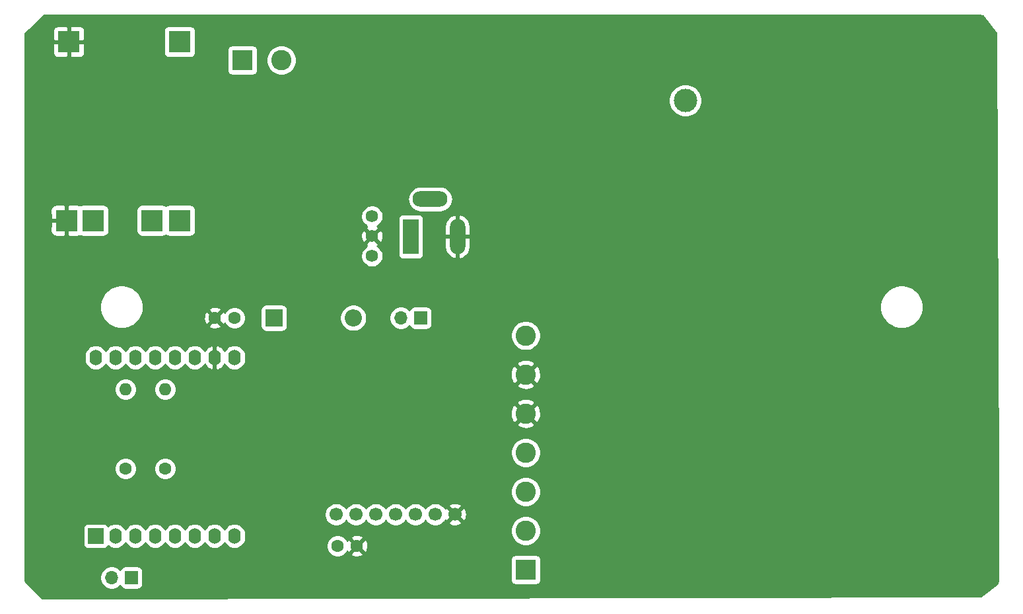
<source format=gbr>
%TF.GenerationSoftware,KiCad,Pcbnew,(5.1.9)-1*%
%TF.CreationDate,2021-01-18T22:12:50-06:00*%
%TF.ProjectId,TMS1,544d5331-2e6b-4696-9361-645f70636258,rev?*%
%TF.SameCoordinates,Original*%
%TF.FileFunction,Copper,L2,Bot*%
%TF.FilePolarity,Positive*%
%FSLAX46Y46*%
G04 Gerber Fmt 4.6, Leading zero omitted, Abs format (unit mm)*
G04 Created by KiCad (PCBNEW (5.1.9)-1) date 2021-01-18 22:12:50*
%MOMM*%
%LPD*%
G01*
G04 APERTURE LIST*
%TA.AperFunction,ComponentPad*%
%ADD10C,2.600000*%
%TD*%
%TA.AperFunction,ComponentPad*%
%ADD11R,2.600000X2.600000*%
%TD*%
%TA.AperFunction,ComponentPad*%
%ADD12C,3.000000*%
%TD*%
%TA.AperFunction,ComponentPad*%
%ADD13O,2.200000X2.200000*%
%TD*%
%TA.AperFunction,ComponentPad*%
%ADD14R,2.200000X2.200000*%
%TD*%
%TA.AperFunction,ComponentPad*%
%ADD15O,1.700000X1.700000*%
%TD*%
%TA.AperFunction,ComponentPad*%
%ADD16R,1.700000X1.700000*%
%TD*%
%TA.AperFunction,ComponentPad*%
%ADD17O,4.500000X2.000000*%
%TD*%
%TA.AperFunction,ComponentPad*%
%ADD18O,2.000000X4.500000*%
%TD*%
%TA.AperFunction,ComponentPad*%
%ADD19R,2.000000X4.500000*%
%TD*%
%TA.AperFunction,ComponentPad*%
%ADD20O,1.600000X2.000000*%
%TD*%
%TA.AperFunction,ComponentPad*%
%ADD21R,2.000000X2.000000*%
%TD*%
%TA.AperFunction,ComponentPad*%
%ADD22C,1.590000*%
%TD*%
%TA.AperFunction,ComponentPad*%
%ADD23R,2.800000X2.800000*%
%TD*%
%TA.AperFunction,ComponentPad*%
%ADD24O,1.600000X1.600000*%
%TD*%
%TA.AperFunction,ComponentPad*%
%ADD25C,1.600000*%
%TD*%
%TA.AperFunction,ComponentPad*%
%ADD26C,1.700000*%
%TD*%
%TA.AperFunction,Conductor*%
%ADD27C,0.254000*%
%TD*%
%TA.AperFunction,Conductor*%
%ADD28C,0.100000*%
%TD*%
G04 APERTURE END LIST*
D10*
%TO.P,J5,2*%
%TO.N,Net-(J5-Pad2)*%
X83486000Y-56388000D03*
D11*
%TO.P,J5,1*%
%TO.N,Net-(J5-Pad1)*%
X78486000Y-56388000D03*
%TD*%
D10*
%TO.P,J2,7*%
%TO.N,Net-(J2-Pad7)*%
X114808000Y-91666000D03*
%TO.P,J2,6*%
%TO.N,GND*%
X114808000Y-96666000D03*
%TO.P,J2,5*%
X114808000Y-101666000D03*
%TO.P,J2,4*%
%TO.N,Net-(AK1-Pad6)*%
X114808000Y-106666000D03*
%TO.P,J2,3*%
%TO.N,Net-(AK1-Pad3)*%
X114808000Y-111666000D03*
%TO.P,J2,2*%
%TO.N,Net-(AK1-Pad2)*%
X114808000Y-116666000D03*
D11*
%TO.P,J2,1*%
%TO.N,Net-(AK1-Pad1)*%
X114808000Y-121666000D03*
%TD*%
D12*
%TO.P, ,1*%
%TO.N,N/C*%
X135282000Y-61554000D03*
%TD*%
D13*
%TO.P,D1,2*%
%TO.N,Net-(D1-Pad2)*%
X92710000Y-89408000D03*
D14*
%TO.P,D1,1*%
%TO.N,Net-(C1-Pad1)*%
X82550000Y-89408000D03*
%TD*%
D15*
%TO.P,J3,2*%
%TO.N,Net-(D1-Pad2)*%
X98806000Y-89408000D03*
D16*
%TO.P,J3,1*%
%TO.N,Net-(J2-Pad7)*%
X101346000Y-89408000D03*
%TD*%
D17*
%TO.P,J4,3*%
%TO.N,N/C*%
X102576000Y-74194000D03*
D18*
%TO.P,J4,2*%
%TO.N,GND*%
X106076000Y-78994000D03*
D19*
%TO.P,J4,1*%
%TO.N,Net-(J2-Pad7)*%
X100076000Y-78994000D03*
%TD*%
D20*
%TO.P,U1,16*%
%TO.N,Net-(U1-Pad16)*%
X59690000Y-94488000D03*
%TO.P,U1,15*%
%TO.N,Net-(U1-Pad15)*%
X62230000Y-94488000D03*
%TO.P,U1,14*%
%TO.N,Net-(AK1-Pad2)*%
X64770000Y-94488000D03*
%TO.P,U1,13*%
%TO.N,Net-(AK1-Pad3)*%
X67310000Y-94488000D03*
%TO.P,U1,12*%
%TO.N,Net-(U1-Pad12)*%
X69850000Y-94488000D03*
%TO.P,U1,11*%
%TO.N,Net-(U1-Pad11)*%
X72390000Y-94488000D03*
%TO.P,U1,10*%
%TO.N,GND*%
X74930000Y-94488000D03*
%TO.P,U1,9*%
%TO.N,Net-(C1-Pad1)*%
X77470000Y-94488000D03*
%TO.P,U1,8*%
%TO.N,Net-(AK1-Pad1)*%
X77470000Y-117348000D03*
%TO.P,U1,7*%
%TO.N,Net-(U1-Pad7)*%
X74930000Y-117348000D03*
%TO.P,U1,6*%
%TO.N,Net-(U1-Pad6)*%
X72390000Y-117348000D03*
%TO.P,U1,5*%
%TO.N,Net-(U1-Pad5)*%
X69850000Y-117348000D03*
%TO.P,U1,4*%
%TO.N,Net-(U1-Pad4)*%
X67310000Y-117348000D03*
%TO.P,U1,3*%
%TO.N,Net-(J1-Pad1)*%
X64770000Y-117348000D03*
D21*
%TO.P,U1,1*%
%TO.N,Net-(J1-Pad2)*%
X59690000Y-117348000D03*
D20*
%TO.P,U1,2*%
%TO.N,Net-(U1-Pad2)*%
X62230000Y-117348000D03*
%TD*%
D22*
%TO.P,U2,3*%
%TO.N,Net-(T1-Pad1)*%
X95114000Y-76403200D03*
%TO.P,U2,2*%
%TO.N,GND*%
X95114000Y-78943200D03*
%TO.P,U2,1*%
%TO.N,Net-(J2-Pad7)*%
X95114000Y-81483200D03*
%TD*%
D23*
%TO.P,T1,1*%
%TO.N,Net-(T1-Pad1)*%
X70436000Y-54024000D03*
%TO.P,T1,2*%
%TO.N,GND*%
X56236000Y-54024000D03*
%TO.P,T1,3*%
%TO.N,Net-(D1-Pad2)*%
X70436000Y-76924000D03*
%TO.P,T1,4*%
%TO.N,GND*%
X55936000Y-76924000D03*
%TO.P,T1,5*%
%TO.N,Net-(J5-Pad2)*%
X66936000Y-76924000D03*
%TO.P,T1,6*%
%TO.N,Net-(J5-Pad1)*%
X59336000Y-76924000D03*
%TD*%
D24*
%TO.P,R2,2*%
%TO.N,Net-(AK1-Pad2)*%
X63500000Y-98552000D03*
D25*
%TO.P,R2,1*%
%TO.N,Net-(AK1-Pad1)*%
X63500000Y-108712000D03*
%TD*%
D24*
%TO.P,R1,2*%
%TO.N,Net-(AK1-Pad3)*%
X68580000Y-98552000D03*
D25*
%TO.P,R1,1*%
%TO.N,Net-(AK1-Pad1)*%
X68580000Y-108712000D03*
%TD*%
D15*
%TO.P,J1,2*%
%TO.N,Net-(J1-Pad2)*%
X61722000Y-122682000D03*
D16*
%TO.P,J1,1*%
%TO.N,Net-(J1-Pad1)*%
X64262000Y-122682000D03*
%TD*%
D25*
%TO.P,C2,2*%
%TO.N,GND*%
X93178000Y-118618000D03*
%TO.P,C2,1*%
%TO.N,Net-(AK1-Pad1)*%
X90678000Y-118618000D03*
%TD*%
%TO.P,C1,2*%
%TO.N,GND*%
X74970000Y-89408000D03*
%TO.P,C1,1*%
%TO.N,Net-(C1-Pad1)*%
X77470000Y-89408000D03*
%TD*%
D26*
%TO.P,AK1,7*%
%TO.N,GND*%
X105756000Y-114584000D03*
%TO.P,AK1,6*%
%TO.N,Net-(AK1-Pad6)*%
X103216000Y-114584000D03*
%TO.P,AK1,5*%
%TO.N,Net-(AK1-Pad5)*%
X100676000Y-114584000D03*
%TO.P,AK1,4*%
%TO.N,Net-(AK1-Pad4)*%
X98136000Y-114584000D03*
%TO.P,AK1,3*%
%TO.N,Net-(AK1-Pad3)*%
X95596000Y-114584000D03*
%TO.P,AK1,2*%
%TO.N,Net-(AK1-Pad2)*%
X93056000Y-114584000D03*
%TO.P,AK1,1*%
%TO.N,Net-(AK1-Pad1)*%
X90516000Y-114584000D03*
%TD*%
D27*
%TO.N,GND*%
X173393131Y-50701712D02*
X175133160Y-52876749D01*
X175340001Y-110378322D01*
X175340001Y-122967711D01*
X175292330Y-123453894D01*
X175291689Y-123456017D01*
X173184308Y-125095092D01*
X57097882Y-125340000D01*
X53032279Y-125340000D01*
X52858574Y-125322968D01*
X50676294Y-123140688D01*
X50673000Y-123109350D01*
X50673000Y-122535740D01*
X60237000Y-122535740D01*
X60237000Y-122828260D01*
X60294068Y-123115158D01*
X60406010Y-123385411D01*
X60568525Y-123628632D01*
X60775368Y-123835475D01*
X61018589Y-123997990D01*
X61288842Y-124109932D01*
X61575740Y-124167000D01*
X61868260Y-124167000D01*
X62155158Y-124109932D01*
X62425411Y-123997990D01*
X62668632Y-123835475D01*
X62800487Y-123703620D01*
X62822498Y-123776180D01*
X62881463Y-123886494D01*
X62960815Y-123983185D01*
X63057506Y-124062537D01*
X63167820Y-124121502D01*
X63287518Y-124157812D01*
X63412000Y-124170072D01*
X65112000Y-124170072D01*
X65236482Y-124157812D01*
X65356180Y-124121502D01*
X65466494Y-124062537D01*
X65563185Y-123983185D01*
X65642537Y-123886494D01*
X65701502Y-123776180D01*
X65737812Y-123656482D01*
X65750072Y-123532000D01*
X65750072Y-121832000D01*
X65737812Y-121707518D01*
X65701502Y-121587820D01*
X65642537Y-121477506D01*
X65563185Y-121380815D01*
X65466494Y-121301463D01*
X65356180Y-121242498D01*
X65236482Y-121206188D01*
X65112000Y-121193928D01*
X63412000Y-121193928D01*
X63287518Y-121206188D01*
X63167820Y-121242498D01*
X63057506Y-121301463D01*
X62960815Y-121380815D01*
X62881463Y-121477506D01*
X62822498Y-121587820D01*
X62800487Y-121660380D01*
X62668632Y-121528525D01*
X62425411Y-121366010D01*
X62155158Y-121254068D01*
X61868260Y-121197000D01*
X61575740Y-121197000D01*
X61288842Y-121254068D01*
X61018589Y-121366010D01*
X60775368Y-121528525D01*
X60568525Y-121735368D01*
X60406010Y-121978589D01*
X60294068Y-122248842D01*
X60237000Y-122535740D01*
X50673000Y-122535740D01*
X50673000Y-120366000D01*
X112869928Y-120366000D01*
X112869928Y-122966000D01*
X112882188Y-123090482D01*
X112918498Y-123210180D01*
X112977463Y-123320494D01*
X113056815Y-123417185D01*
X113153506Y-123496537D01*
X113263820Y-123555502D01*
X113383518Y-123591812D01*
X113508000Y-123604072D01*
X116108000Y-123604072D01*
X116232482Y-123591812D01*
X116352180Y-123555502D01*
X116462494Y-123496537D01*
X116559185Y-123417185D01*
X116638537Y-123320494D01*
X116697502Y-123210180D01*
X116733812Y-123090482D01*
X116746072Y-122966000D01*
X116746072Y-120366000D01*
X116733812Y-120241518D01*
X116697502Y-120121820D01*
X116638537Y-120011506D01*
X116559185Y-119914815D01*
X116462494Y-119835463D01*
X116352180Y-119776498D01*
X116232482Y-119740188D01*
X116108000Y-119727928D01*
X113508000Y-119727928D01*
X113383518Y-119740188D01*
X113263820Y-119776498D01*
X113153506Y-119835463D01*
X113056815Y-119914815D01*
X112977463Y-120011506D01*
X112918498Y-120121820D01*
X112882188Y-120241518D01*
X112869928Y-120366000D01*
X50673000Y-120366000D01*
X50673000Y-116348000D01*
X58051928Y-116348000D01*
X58051928Y-118348000D01*
X58064188Y-118472482D01*
X58100498Y-118592180D01*
X58159463Y-118702494D01*
X58238815Y-118799185D01*
X58335506Y-118878537D01*
X58445820Y-118937502D01*
X58565518Y-118973812D01*
X58690000Y-118986072D01*
X60690000Y-118986072D01*
X60814482Y-118973812D01*
X60934180Y-118937502D01*
X61044494Y-118878537D01*
X61141185Y-118799185D01*
X61220537Y-118702494D01*
X61267559Y-118614523D01*
X61428900Y-118746932D01*
X61678193Y-118880182D01*
X61948692Y-118962236D01*
X62230000Y-118989943D01*
X62511309Y-118962236D01*
X62781808Y-118880182D01*
X63031101Y-118746932D01*
X63249608Y-118567608D01*
X63428932Y-118349101D01*
X63500000Y-118216142D01*
X63571068Y-118349101D01*
X63750393Y-118567608D01*
X63968900Y-118746932D01*
X64218193Y-118880182D01*
X64488692Y-118962236D01*
X64770000Y-118989943D01*
X65051309Y-118962236D01*
X65321808Y-118880182D01*
X65571101Y-118746932D01*
X65789608Y-118567608D01*
X65968932Y-118349101D01*
X66040000Y-118216142D01*
X66111068Y-118349101D01*
X66290393Y-118567608D01*
X66508900Y-118746932D01*
X66758193Y-118880182D01*
X67028692Y-118962236D01*
X67310000Y-118989943D01*
X67591309Y-118962236D01*
X67861808Y-118880182D01*
X68111101Y-118746932D01*
X68329608Y-118567608D01*
X68508932Y-118349101D01*
X68580000Y-118216142D01*
X68651068Y-118349101D01*
X68830393Y-118567608D01*
X69048900Y-118746932D01*
X69298193Y-118880182D01*
X69568692Y-118962236D01*
X69850000Y-118989943D01*
X70131309Y-118962236D01*
X70401808Y-118880182D01*
X70651101Y-118746932D01*
X70869608Y-118567608D01*
X71048932Y-118349101D01*
X71120000Y-118216142D01*
X71191068Y-118349101D01*
X71370393Y-118567608D01*
X71588900Y-118746932D01*
X71838193Y-118880182D01*
X72108692Y-118962236D01*
X72390000Y-118989943D01*
X72671309Y-118962236D01*
X72941808Y-118880182D01*
X73191101Y-118746932D01*
X73409608Y-118567608D01*
X73588932Y-118349101D01*
X73660000Y-118216142D01*
X73731068Y-118349101D01*
X73910393Y-118567608D01*
X74128900Y-118746932D01*
X74378193Y-118880182D01*
X74648692Y-118962236D01*
X74930000Y-118989943D01*
X75211309Y-118962236D01*
X75481808Y-118880182D01*
X75731101Y-118746932D01*
X75949608Y-118567608D01*
X76128932Y-118349101D01*
X76200000Y-118216142D01*
X76271068Y-118349101D01*
X76450393Y-118567608D01*
X76668900Y-118746932D01*
X76918193Y-118880182D01*
X77188692Y-118962236D01*
X77470000Y-118989943D01*
X77751309Y-118962236D01*
X78021808Y-118880182D01*
X78271101Y-118746932D01*
X78489608Y-118567608D01*
X78564242Y-118476665D01*
X89243000Y-118476665D01*
X89243000Y-118759335D01*
X89298147Y-119036574D01*
X89406320Y-119297727D01*
X89563363Y-119532759D01*
X89763241Y-119732637D01*
X89998273Y-119889680D01*
X90259426Y-119997853D01*
X90536665Y-120053000D01*
X90819335Y-120053000D01*
X91096574Y-119997853D01*
X91357727Y-119889680D01*
X91592759Y-119732637D01*
X91714694Y-119610702D01*
X92364903Y-119610702D01*
X92436486Y-119854671D01*
X92691996Y-119975571D01*
X92966184Y-120044300D01*
X93248512Y-120058217D01*
X93528130Y-120016787D01*
X93794292Y-119921603D01*
X93919514Y-119854671D01*
X93991097Y-119610702D01*
X93178000Y-118797605D01*
X92364903Y-119610702D01*
X91714694Y-119610702D01*
X91792637Y-119532759D01*
X91926692Y-119332131D01*
X91941329Y-119359514D01*
X92185298Y-119431097D01*
X92998395Y-118618000D01*
X93357605Y-118618000D01*
X94170702Y-119431097D01*
X94414671Y-119359514D01*
X94535571Y-119104004D01*
X94604300Y-118829816D01*
X94618217Y-118547488D01*
X94576787Y-118267870D01*
X94481603Y-118001708D01*
X94414671Y-117876486D01*
X94170702Y-117804903D01*
X93357605Y-118618000D01*
X92998395Y-118618000D01*
X92185298Y-117804903D01*
X91941329Y-117876486D01*
X91927676Y-117905341D01*
X91792637Y-117703241D01*
X91714694Y-117625298D01*
X92364903Y-117625298D01*
X93178000Y-118438395D01*
X93991097Y-117625298D01*
X93919514Y-117381329D01*
X93664004Y-117260429D01*
X93389816Y-117191700D01*
X93107488Y-117177783D01*
X92827870Y-117219213D01*
X92561708Y-117314397D01*
X92436486Y-117381329D01*
X92364903Y-117625298D01*
X91714694Y-117625298D01*
X91592759Y-117503363D01*
X91357727Y-117346320D01*
X91096574Y-117238147D01*
X90819335Y-117183000D01*
X90536665Y-117183000D01*
X90259426Y-117238147D01*
X89998273Y-117346320D01*
X89763241Y-117503363D01*
X89563363Y-117703241D01*
X89406320Y-117938273D01*
X89298147Y-118199426D01*
X89243000Y-118476665D01*
X78564242Y-118476665D01*
X78668932Y-118349101D01*
X78802182Y-118099807D01*
X78884236Y-117829308D01*
X78905000Y-117618491D01*
X78905000Y-117077508D01*
X78884236Y-116866691D01*
X78802182Y-116596192D01*
X78737628Y-116475419D01*
X112873000Y-116475419D01*
X112873000Y-116856581D01*
X112947361Y-117230419D01*
X113093225Y-117582566D01*
X113304987Y-117899491D01*
X113574509Y-118169013D01*
X113891434Y-118380775D01*
X114243581Y-118526639D01*
X114617419Y-118601000D01*
X114998581Y-118601000D01*
X115372419Y-118526639D01*
X115724566Y-118380775D01*
X116041491Y-118169013D01*
X116311013Y-117899491D01*
X116522775Y-117582566D01*
X116668639Y-117230419D01*
X116743000Y-116856581D01*
X116743000Y-116475419D01*
X116668639Y-116101581D01*
X116522775Y-115749434D01*
X116311013Y-115432509D01*
X116041491Y-115162987D01*
X115724566Y-114951225D01*
X115372419Y-114805361D01*
X114998581Y-114731000D01*
X114617419Y-114731000D01*
X114243581Y-114805361D01*
X113891434Y-114951225D01*
X113574509Y-115162987D01*
X113304987Y-115432509D01*
X113093225Y-115749434D01*
X112947361Y-116101581D01*
X112873000Y-116475419D01*
X78737628Y-116475419D01*
X78668932Y-116346899D01*
X78489607Y-116128392D01*
X78271100Y-115949068D01*
X78021807Y-115815818D01*
X77751308Y-115733764D01*
X77470000Y-115706057D01*
X77188691Y-115733764D01*
X76918192Y-115815818D01*
X76668899Y-115949068D01*
X76450392Y-116128393D01*
X76271068Y-116346900D01*
X76200000Y-116479858D01*
X76128932Y-116346899D01*
X75949607Y-116128392D01*
X75731100Y-115949068D01*
X75481807Y-115815818D01*
X75211308Y-115733764D01*
X74930000Y-115706057D01*
X74648691Y-115733764D01*
X74378192Y-115815818D01*
X74128899Y-115949068D01*
X73910392Y-116128393D01*
X73731068Y-116346900D01*
X73660000Y-116479858D01*
X73588932Y-116346899D01*
X73409607Y-116128392D01*
X73191100Y-115949068D01*
X72941807Y-115815818D01*
X72671308Y-115733764D01*
X72390000Y-115706057D01*
X72108691Y-115733764D01*
X71838192Y-115815818D01*
X71588899Y-115949068D01*
X71370392Y-116128393D01*
X71191068Y-116346900D01*
X71120000Y-116479858D01*
X71048932Y-116346899D01*
X70869607Y-116128392D01*
X70651100Y-115949068D01*
X70401807Y-115815818D01*
X70131308Y-115733764D01*
X69850000Y-115706057D01*
X69568691Y-115733764D01*
X69298192Y-115815818D01*
X69048899Y-115949068D01*
X68830392Y-116128393D01*
X68651068Y-116346900D01*
X68580000Y-116479858D01*
X68508932Y-116346899D01*
X68329607Y-116128392D01*
X68111100Y-115949068D01*
X67861807Y-115815818D01*
X67591308Y-115733764D01*
X67310000Y-115706057D01*
X67028691Y-115733764D01*
X66758192Y-115815818D01*
X66508899Y-115949068D01*
X66290392Y-116128393D01*
X66111068Y-116346900D01*
X66040000Y-116479858D01*
X65968932Y-116346899D01*
X65789607Y-116128392D01*
X65571100Y-115949068D01*
X65321807Y-115815818D01*
X65051308Y-115733764D01*
X64770000Y-115706057D01*
X64488691Y-115733764D01*
X64218192Y-115815818D01*
X63968899Y-115949068D01*
X63750392Y-116128393D01*
X63571068Y-116346900D01*
X63500000Y-116479858D01*
X63428932Y-116346899D01*
X63249607Y-116128392D01*
X63031100Y-115949068D01*
X62781807Y-115815818D01*
X62511308Y-115733764D01*
X62230000Y-115706057D01*
X61948691Y-115733764D01*
X61678192Y-115815818D01*
X61428899Y-115949068D01*
X61267559Y-116081477D01*
X61220537Y-115993506D01*
X61141185Y-115896815D01*
X61044494Y-115817463D01*
X60934180Y-115758498D01*
X60814482Y-115722188D01*
X60690000Y-115709928D01*
X58690000Y-115709928D01*
X58565518Y-115722188D01*
X58445820Y-115758498D01*
X58335506Y-115817463D01*
X58238815Y-115896815D01*
X58159463Y-115993506D01*
X58100498Y-116103820D01*
X58064188Y-116223518D01*
X58051928Y-116348000D01*
X50673000Y-116348000D01*
X50673000Y-114437740D01*
X89031000Y-114437740D01*
X89031000Y-114730260D01*
X89088068Y-115017158D01*
X89200010Y-115287411D01*
X89362525Y-115530632D01*
X89569368Y-115737475D01*
X89812589Y-115899990D01*
X90082842Y-116011932D01*
X90369740Y-116069000D01*
X90662260Y-116069000D01*
X90949158Y-116011932D01*
X91219411Y-115899990D01*
X91462632Y-115737475D01*
X91669475Y-115530632D01*
X91786000Y-115356240D01*
X91902525Y-115530632D01*
X92109368Y-115737475D01*
X92352589Y-115899990D01*
X92622842Y-116011932D01*
X92909740Y-116069000D01*
X93202260Y-116069000D01*
X93489158Y-116011932D01*
X93759411Y-115899990D01*
X94002632Y-115737475D01*
X94209475Y-115530632D01*
X94326000Y-115356240D01*
X94442525Y-115530632D01*
X94649368Y-115737475D01*
X94892589Y-115899990D01*
X95162842Y-116011932D01*
X95449740Y-116069000D01*
X95742260Y-116069000D01*
X96029158Y-116011932D01*
X96299411Y-115899990D01*
X96542632Y-115737475D01*
X96749475Y-115530632D01*
X96866000Y-115356240D01*
X96982525Y-115530632D01*
X97189368Y-115737475D01*
X97432589Y-115899990D01*
X97702842Y-116011932D01*
X97989740Y-116069000D01*
X98282260Y-116069000D01*
X98569158Y-116011932D01*
X98839411Y-115899990D01*
X99082632Y-115737475D01*
X99289475Y-115530632D01*
X99406000Y-115356240D01*
X99522525Y-115530632D01*
X99729368Y-115737475D01*
X99972589Y-115899990D01*
X100242842Y-116011932D01*
X100529740Y-116069000D01*
X100822260Y-116069000D01*
X101109158Y-116011932D01*
X101379411Y-115899990D01*
X101622632Y-115737475D01*
X101829475Y-115530632D01*
X101946000Y-115356240D01*
X102062525Y-115530632D01*
X102269368Y-115737475D01*
X102512589Y-115899990D01*
X102782842Y-116011932D01*
X103069740Y-116069000D01*
X103362260Y-116069000D01*
X103649158Y-116011932D01*
X103919411Y-115899990D01*
X104162632Y-115737475D01*
X104287710Y-115612397D01*
X104907208Y-115612397D01*
X104984843Y-115861472D01*
X105248883Y-115987371D01*
X105532411Y-116059339D01*
X105824531Y-116074611D01*
X106114019Y-116032599D01*
X106389747Y-115934919D01*
X106527157Y-115861472D01*
X106604792Y-115612397D01*
X105756000Y-114763605D01*
X104907208Y-115612397D01*
X104287710Y-115612397D01*
X104369475Y-115530632D01*
X104485311Y-115357271D01*
X104727603Y-115432792D01*
X105576395Y-114584000D01*
X105935605Y-114584000D01*
X106784397Y-115432792D01*
X107033472Y-115355157D01*
X107159371Y-115091117D01*
X107231339Y-114807589D01*
X107246611Y-114515469D01*
X107204599Y-114225981D01*
X107106919Y-113950253D01*
X107033472Y-113812843D01*
X106784397Y-113735208D01*
X105935605Y-114584000D01*
X105576395Y-114584000D01*
X104727603Y-113735208D01*
X104485311Y-113810729D01*
X104369475Y-113637368D01*
X104287710Y-113555603D01*
X104907208Y-113555603D01*
X105756000Y-114404395D01*
X106604792Y-113555603D01*
X106527157Y-113306528D01*
X106263117Y-113180629D01*
X105979589Y-113108661D01*
X105687469Y-113093389D01*
X105397981Y-113135401D01*
X105122253Y-113233081D01*
X104984843Y-113306528D01*
X104907208Y-113555603D01*
X104287710Y-113555603D01*
X104162632Y-113430525D01*
X103919411Y-113268010D01*
X103649158Y-113156068D01*
X103362260Y-113099000D01*
X103069740Y-113099000D01*
X102782842Y-113156068D01*
X102512589Y-113268010D01*
X102269368Y-113430525D01*
X102062525Y-113637368D01*
X101946000Y-113811760D01*
X101829475Y-113637368D01*
X101622632Y-113430525D01*
X101379411Y-113268010D01*
X101109158Y-113156068D01*
X100822260Y-113099000D01*
X100529740Y-113099000D01*
X100242842Y-113156068D01*
X99972589Y-113268010D01*
X99729368Y-113430525D01*
X99522525Y-113637368D01*
X99406000Y-113811760D01*
X99289475Y-113637368D01*
X99082632Y-113430525D01*
X98839411Y-113268010D01*
X98569158Y-113156068D01*
X98282260Y-113099000D01*
X97989740Y-113099000D01*
X97702842Y-113156068D01*
X97432589Y-113268010D01*
X97189368Y-113430525D01*
X96982525Y-113637368D01*
X96866000Y-113811760D01*
X96749475Y-113637368D01*
X96542632Y-113430525D01*
X96299411Y-113268010D01*
X96029158Y-113156068D01*
X95742260Y-113099000D01*
X95449740Y-113099000D01*
X95162842Y-113156068D01*
X94892589Y-113268010D01*
X94649368Y-113430525D01*
X94442525Y-113637368D01*
X94326000Y-113811760D01*
X94209475Y-113637368D01*
X94002632Y-113430525D01*
X93759411Y-113268010D01*
X93489158Y-113156068D01*
X93202260Y-113099000D01*
X92909740Y-113099000D01*
X92622842Y-113156068D01*
X92352589Y-113268010D01*
X92109368Y-113430525D01*
X91902525Y-113637368D01*
X91786000Y-113811760D01*
X91669475Y-113637368D01*
X91462632Y-113430525D01*
X91219411Y-113268010D01*
X90949158Y-113156068D01*
X90662260Y-113099000D01*
X90369740Y-113099000D01*
X90082842Y-113156068D01*
X89812589Y-113268010D01*
X89569368Y-113430525D01*
X89362525Y-113637368D01*
X89200010Y-113880589D01*
X89088068Y-114150842D01*
X89031000Y-114437740D01*
X50673000Y-114437740D01*
X50673000Y-111475419D01*
X112873000Y-111475419D01*
X112873000Y-111856581D01*
X112947361Y-112230419D01*
X113093225Y-112582566D01*
X113304987Y-112899491D01*
X113574509Y-113169013D01*
X113891434Y-113380775D01*
X114243581Y-113526639D01*
X114617419Y-113601000D01*
X114998581Y-113601000D01*
X115372419Y-113526639D01*
X115724566Y-113380775D01*
X116041491Y-113169013D01*
X116311013Y-112899491D01*
X116522775Y-112582566D01*
X116668639Y-112230419D01*
X116743000Y-111856581D01*
X116743000Y-111475419D01*
X116668639Y-111101581D01*
X116522775Y-110749434D01*
X116311013Y-110432509D01*
X116041491Y-110162987D01*
X115724566Y-109951225D01*
X115372419Y-109805361D01*
X114998581Y-109731000D01*
X114617419Y-109731000D01*
X114243581Y-109805361D01*
X113891434Y-109951225D01*
X113574509Y-110162987D01*
X113304987Y-110432509D01*
X113093225Y-110749434D01*
X112947361Y-111101581D01*
X112873000Y-111475419D01*
X50673000Y-111475419D01*
X50673000Y-108570665D01*
X62065000Y-108570665D01*
X62065000Y-108853335D01*
X62120147Y-109130574D01*
X62228320Y-109391727D01*
X62385363Y-109626759D01*
X62585241Y-109826637D01*
X62820273Y-109983680D01*
X63081426Y-110091853D01*
X63358665Y-110147000D01*
X63641335Y-110147000D01*
X63918574Y-110091853D01*
X64179727Y-109983680D01*
X64414759Y-109826637D01*
X64614637Y-109626759D01*
X64771680Y-109391727D01*
X64879853Y-109130574D01*
X64935000Y-108853335D01*
X64935000Y-108570665D01*
X67145000Y-108570665D01*
X67145000Y-108853335D01*
X67200147Y-109130574D01*
X67308320Y-109391727D01*
X67465363Y-109626759D01*
X67665241Y-109826637D01*
X67900273Y-109983680D01*
X68161426Y-110091853D01*
X68438665Y-110147000D01*
X68721335Y-110147000D01*
X68998574Y-110091853D01*
X69259727Y-109983680D01*
X69494759Y-109826637D01*
X69694637Y-109626759D01*
X69851680Y-109391727D01*
X69959853Y-109130574D01*
X70015000Y-108853335D01*
X70015000Y-108570665D01*
X69959853Y-108293426D01*
X69851680Y-108032273D01*
X69694637Y-107797241D01*
X69494759Y-107597363D01*
X69259727Y-107440320D01*
X68998574Y-107332147D01*
X68721335Y-107277000D01*
X68438665Y-107277000D01*
X68161426Y-107332147D01*
X67900273Y-107440320D01*
X67665241Y-107597363D01*
X67465363Y-107797241D01*
X67308320Y-108032273D01*
X67200147Y-108293426D01*
X67145000Y-108570665D01*
X64935000Y-108570665D01*
X64879853Y-108293426D01*
X64771680Y-108032273D01*
X64614637Y-107797241D01*
X64414759Y-107597363D01*
X64179727Y-107440320D01*
X63918574Y-107332147D01*
X63641335Y-107277000D01*
X63358665Y-107277000D01*
X63081426Y-107332147D01*
X62820273Y-107440320D01*
X62585241Y-107597363D01*
X62385363Y-107797241D01*
X62228320Y-108032273D01*
X62120147Y-108293426D01*
X62065000Y-108570665D01*
X50673000Y-108570665D01*
X50673000Y-106475419D01*
X112873000Y-106475419D01*
X112873000Y-106856581D01*
X112947361Y-107230419D01*
X113093225Y-107582566D01*
X113304987Y-107899491D01*
X113574509Y-108169013D01*
X113891434Y-108380775D01*
X114243581Y-108526639D01*
X114617419Y-108601000D01*
X114998581Y-108601000D01*
X115372419Y-108526639D01*
X115724566Y-108380775D01*
X116041491Y-108169013D01*
X116311013Y-107899491D01*
X116522775Y-107582566D01*
X116668639Y-107230419D01*
X116743000Y-106856581D01*
X116743000Y-106475419D01*
X116668639Y-106101581D01*
X116522775Y-105749434D01*
X116311013Y-105432509D01*
X116041491Y-105162987D01*
X115724566Y-104951225D01*
X115372419Y-104805361D01*
X114998581Y-104731000D01*
X114617419Y-104731000D01*
X114243581Y-104805361D01*
X113891434Y-104951225D01*
X113574509Y-105162987D01*
X113304987Y-105432509D01*
X113093225Y-105749434D01*
X112947361Y-106101581D01*
X112873000Y-106475419D01*
X50673000Y-106475419D01*
X50673000Y-103015224D01*
X113638381Y-103015224D01*
X113770317Y-103310312D01*
X114111045Y-103481159D01*
X114478557Y-103582250D01*
X114858729Y-103609701D01*
X115236951Y-103562457D01*
X115598690Y-103442333D01*
X115845683Y-103310312D01*
X115977619Y-103015224D01*
X114808000Y-101845605D01*
X113638381Y-103015224D01*
X50673000Y-103015224D01*
X50673000Y-101716729D01*
X112864299Y-101716729D01*
X112911543Y-102094951D01*
X113031667Y-102456690D01*
X113163688Y-102703683D01*
X113458776Y-102835619D01*
X114628395Y-101666000D01*
X114987605Y-101666000D01*
X116157224Y-102835619D01*
X116452312Y-102703683D01*
X116623159Y-102362955D01*
X116724250Y-101995443D01*
X116751701Y-101615271D01*
X116704457Y-101237049D01*
X116584333Y-100875310D01*
X116452312Y-100628317D01*
X116157224Y-100496381D01*
X114987605Y-101666000D01*
X114628395Y-101666000D01*
X113458776Y-100496381D01*
X113163688Y-100628317D01*
X112992841Y-100969045D01*
X112891750Y-101336557D01*
X112864299Y-101716729D01*
X50673000Y-101716729D01*
X50673000Y-100316776D01*
X113638381Y-100316776D01*
X114808000Y-101486395D01*
X115977619Y-100316776D01*
X115845683Y-100021688D01*
X115504955Y-99850841D01*
X115137443Y-99749750D01*
X114757271Y-99722299D01*
X114379049Y-99769543D01*
X114017310Y-99889667D01*
X113770317Y-100021688D01*
X113638381Y-100316776D01*
X50673000Y-100316776D01*
X50673000Y-98410665D01*
X62065000Y-98410665D01*
X62065000Y-98693335D01*
X62120147Y-98970574D01*
X62228320Y-99231727D01*
X62385363Y-99466759D01*
X62585241Y-99666637D01*
X62820273Y-99823680D01*
X63081426Y-99931853D01*
X63358665Y-99987000D01*
X63641335Y-99987000D01*
X63918574Y-99931853D01*
X64179727Y-99823680D01*
X64414759Y-99666637D01*
X64614637Y-99466759D01*
X64771680Y-99231727D01*
X64879853Y-98970574D01*
X64935000Y-98693335D01*
X64935000Y-98410665D01*
X67145000Y-98410665D01*
X67145000Y-98693335D01*
X67200147Y-98970574D01*
X67308320Y-99231727D01*
X67465363Y-99466759D01*
X67665241Y-99666637D01*
X67900273Y-99823680D01*
X68161426Y-99931853D01*
X68438665Y-99987000D01*
X68721335Y-99987000D01*
X68998574Y-99931853D01*
X69259727Y-99823680D01*
X69494759Y-99666637D01*
X69694637Y-99466759D01*
X69851680Y-99231727D01*
X69959853Y-98970574D01*
X70015000Y-98693335D01*
X70015000Y-98410665D01*
X69959853Y-98133426D01*
X69910893Y-98015224D01*
X113638381Y-98015224D01*
X113770317Y-98310312D01*
X114111045Y-98481159D01*
X114478557Y-98582250D01*
X114858729Y-98609701D01*
X115236951Y-98562457D01*
X115598690Y-98442333D01*
X115845683Y-98310312D01*
X115977619Y-98015224D01*
X114808000Y-96845605D01*
X113638381Y-98015224D01*
X69910893Y-98015224D01*
X69851680Y-97872273D01*
X69694637Y-97637241D01*
X69494759Y-97437363D01*
X69259727Y-97280320D01*
X68998574Y-97172147D01*
X68721335Y-97117000D01*
X68438665Y-97117000D01*
X68161426Y-97172147D01*
X67900273Y-97280320D01*
X67665241Y-97437363D01*
X67465363Y-97637241D01*
X67308320Y-97872273D01*
X67200147Y-98133426D01*
X67145000Y-98410665D01*
X64935000Y-98410665D01*
X64879853Y-98133426D01*
X64771680Y-97872273D01*
X64614637Y-97637241D01*
X64414759Y-97437363D01*
X64179727Y-97280320D01*
X63918574Y-97172147D01*
X63641335Y-97117000D01*
X63358665Y-97117000D01*
X63081426Y-97172147D01*
X62820273Y-97280320D01*
X62585241Y-97437363D01*
X62385363Y-97637241D01*
X62228320Y-97872273D01*
X62120147Y-98133426D01*
X62065000Y-98410665D01*
X50673000Y-98410665D01*
X50673000Y-96716729D01*
X112864299Y-96716729D01*
X112911543Y-97094951D01*
X113031667Y-97456690D01*
X113163688Y-97703683D01*
X113458776Y-97835619D01*
X114628395Y-96666000D01*
X114987605Y-96666000D01*
X116157224Y-97835619D01*
X116452312Y-97703683D01*
X116623159Y-97362955D01*
X116724250Y-96995443D01*
X116751701Y-96615271D01*
X116704457Y-96237049D01*
X116584333Y-95875310D01*
X116452312Y-95628317D01*
X116157224Y-95496381D01*
X114987605Y-96666000D01*
X114628395Y-96666000D01*
X113458776Y-95496381D01*
X113163688Y-95628317D01*
X112992841Y-95969045D01*
X112891750Y-96336557D01*
X112864299Y-96716729D01*
X50673000Y-96716729D01*
X50673000Y-94217509D01*
X58255000Y-94217509D01*
X58255000Y-94758492D01*
X58275764Y-94969309D01*
X58357818Y-95239808D01*
X58491068Y-95489101D01*
X58670393Y-95707608D01*
X58888900Y-95886932D01*
X59138193Y-96020182D01*
X59408692Y-96102236D01*
X59690000Y-96129943D01*
X59971309Y-96102236D01*
X60241808Y-96020182D01*
X60491101Y-95886932D01*
X60709608Y-95707608D01*
X60888932Y-95489101D01*
X60960000Y-95356142D01*
X61031068Y-95489101D01*
X61210393Y-95707608D01*
X61428900Y-95886932D01*
X61678193Y-96020182D01*
X61948692Y-96102236D01*
X62230000Y-96129943D01*
X62511309Y-96102236D01*
X62781808Y-96020182D01*
X63031101Y-95886932D01*
X63249608Y-95707608D01*
X63428932Y-95489101D01*
X63500000Y-95356142D01*
X63571068Y-95489101D01*
X63750393Y-95707608D01*
X63968900Y-95886932D01*
X64218193Y-96020182D01*
X64488692Y-96102236D01*
X64770000Y-96129943D01*
X65051309Y-96102236D01*
X65321808Y-96020182D01*
X65571101Y-95886932D01*
X65789608Y-95707608D01*
X65968932Y-95489101D01*
X66040000Y-95356142D01*
X66111068Y-95489101D01*
X66290393Y-95707608D01*
X66508900Y-95886932D01*
X66758193Y-96020182D01*
X67028692Y-96102236D01*
X67310000Y-96129943D01*
X67591309Y-96102236D01*
X67861808Y-96020182D01*
X68111101Y-95886932D01*
X68329608Y-95707608D01*
X68508932Y-95489101D01*
X68580000Y-95356142D01*
X68651068Y-95489101D01*
X68830393Y-95707608D01*
X69048900Y-95886932D01*
X69298193Y-96020182D01*
X69568692Y-96102236D01*
X69850000Y-96129943D01*
X70131309Y-96102236D01*
X70401808Y-96020182D01*
X70651101Y-95886932D01*
X70869608Y-95707608D01*
X71048932Y-95489101D01*
X71120000Y-95356142D01*
X71191068Y-95489101D01*
X71370393Y-95707608D01*
X71588900Y-95886932D01*
X71838193Y-96020182D01*
X72108692Y-96102236D01*
X72390000Y-96129943D01*
X72671309Y-96102236D01*
X72941808Y-96020182D01*
X73191101Y-95886932D01*
X73409608Y-95707608D01*
X73588932Y-95489101D01*
X73658122Y-95359655D01*
X73665570Y-95377227D01*
X73824327Y-95610662D01*
X74025575Y-95808639D01*
X74261579Y-95963551D01*
X74523270Y-96069444D01*
X74580961Y-96079904D01*
X74803000Y-95957915D01*
X74803000Y-94615000D01*
X74783000Y-94615000D01*
X74783000Y-94361000D01*
X74803000Y-94361000D01*
X74803000Y-93018085D01*
X75057000Y-93018085D01*
X75057000Y-94361000D01*
X75077000Y-94361000D01*
X75077000Y-94615000D01*
X75057000Y-94615000D01*
X75057000Y-95957915D01*
X75279039Y-96079904D01*
X75336730Y-96069444D01*
X75598421Y-95963551D01*
X75834425Y-95808639D01*
X76035673Y-95610662D01*
X76194430Y-95377227D01*
X76201878Y-95359655D01*
X76271068Y-95489101D01*
X76450393Y-95707608D01*
X76668900Y-95886932D01*
X76918193Y-96020182D01*
X77188692Y-96102236D01*
X77470000Y-96129943D01*
X77751309Y-96102236D01*
X78021808Y-96020182D01*
X78271101Y-95886932D01*
X78489608Y-95707608D01*
X78668932Y-95489101D01*
X78761041Y-95316776D01*
X113638381Y-95316776D01*
X114808000Y-96486395D01*
X115977619Y-95316776D01*
X115845683Y-95021688D01*
X115504955Y-94850841D01*
X115137443Y-94749750D01*
X114757271Y-94722299D01*
X114379049Y-94769543D01*
X114017310Y-94889667D01*
X113770317Y-95021688D01*
X113638381Y-95316776D01*
X78761041Y-95316776D01*
X78802182Y-95239807D01*
X78884236Y-94969308D01*
X78905000Y-94758491D01*
X78905000Y-94217508D01*
X78884236Y-94006691D01*
X78802182Y-93736192D01*
X78668932Y-93486899D01*
X78489607Y-93268392D01*
X78271100Y-93089068D01*
X78021807Y-92955818D01*
X77751308Y-92873764D01*
X77470000Y-92846057D01*
X77188691Y-92873764D01*
X76918192Y-92955818D01*
X76668899Y-93089068D01*
X76450392Y-93268393D01*
X76271068Y-93486900D01*
X76201878Y-93616345D01*
X76194430Y-93598773D01*
X76035673Y-93365338D01*
X75834425Y-93167361D01*
X75598421Y-93012449D01*
X75336730Y-92906556D01*
X75279039Y-92896096D01*
X75057000Y-93018085D01*
X74803000Y-93018085D01*
X74580961Y-92896096D01*
X74523270Y-92906556D01*
X74261579Y-93012449D01*
X74025575Y-93167361D01*
X73824327Y-93365338D01*
X73665570Y-93598773D01*
X73658122Y-93616345D01*
X73588932Y-93486899D01*
X73409607Y-93268392D01*
X73191100Y-93089068D01*
X72941807Y-92955818D01*
X72671308Y-92873764D01*
X72390000Y-92846057D01*
X72108691Y-92873764D01*
X71838192Y-92955818D01*
X71588899Y-93089068D01*
X71370392Y-93268393D01*
X71191068Y-93486900D01*
X71120000Y-93619858D01*
X71048932Y-93486899D01*
X70869607Y-93268392D01*
X70651100Y-93089068D01*
X70401807Y-92955818D01*
X70131308Y-92873764D01*
X69850000Y-92846057D01*
X69568691Y-92873764D01*
X69298192Y-92955818D01*
X69048899Y-93089068D01*
X68830392Y-93268393D01*
X68651068Y-93486900D01*
X68580000Y-93619858D01*
X68508932Y-93486899D01*
X68329607Y-93268392D01*
X68111100Y-93089068D01*
X67861807Y-92955818D01*
X67591308Y-92873764D01*
X67310000Y-92846057D01*
X67028691Y-92873764D01*
X66758192Y-92955818D01*
X66508899Y-93089068D01*
X66290392Y-93268393D01*
X66111068Y-93486900D01*
X66040000Y-93619858D01*
X65968932Y-93486899D01*
X65789607Y-93268392D01*
X65571100Y-93089068D01*
X65321807Y-92955818D01*
X65051308Y-92873764D01*
X64770000Y-92846057D01*
X64488691Y-92873764D01*
X64218192Y-92955818D01*
X63968899Y-93089068D01*
X63750392Y-93268393D01*
X63571068Y-93486900D01*
X63500000Y-93619858D01*
X63428932Y-93486899D01*
X63249607Y-93268392D01*
X63031100Y-93089068D01*
X62781807Y-92955818D01*
X62511308Y-92873764D01*
X62230000Y-92846057D01*
X61948691Y-92873764D01*
X61678192Y-92955818D01*
X61428899Y-93089068D01*
X61210392Y-93268393D01*
X61031068Y-93486900D01*
X60960000Y-93619858D01*
X60888932Y-93486899D01*
X60709607Y-93268392D01*
X60491100Y-93089068D01*
X60241807Y-92955818D01*
X59971308Y-92873764D01*
X59690000Y-92846057D01*
X59408691Y-92873764D01*
X59138192Y-92955818D01*
X58888899Y-93089068D01*
X58670392Y-93268393D01*
X58491068Y-93486900D01*
X58357818Y-93736193D01*
X58275764Y-94006692D01*
X58255000Y-94217509D01*
X50673000Y-94217509D01*
X50673000Y-91475419D01*
X112873000Y-91475419D01*
X112873000Y-91856581D01*
X112947361Y-92230419D01*
X113093225Y-92582566D01*
X113304987Y-92899491D01*
X113574509Y-93169013D01*
X113891434Y-93380775D01*
X114243581Y-93526639D01*
X114617419Y-93601000D01*
X114998581Y-93601000D01*
X115372419Y-93526639D01*
X115724566Y-93380775D01*
X116041491Y-93169013D01*
X116311013Y-92899491D01*
X116522775Y-92582566D01*
X116668639Y-92230419D01*
X116743000Y-91856581D01*
X116743000Y-91475419D01*
X116668639Y-91101581D01*
X116522775Y-90749434D01*
X116311013Y-90432509D01*
X116041491Y-90162987D01*
X115724566Y-89951225D01*
X115372419Y-89805361D01*
X114998581Y-89731000D01*
X114617419Y-89731000D01*
X114243581Y-89805361D01*
X113891434Y-89951225D01*
X113574509Y-90162987D01*
X113304987Y-90432509D01*
X113093225Y-90749434D01*
X112947361Y-91101581D01*
X112873000Y-91475419D01*
X50673000Y-91475419D01*
X50673000Y-87725701D01*
X60215000Y-87725701D01*
X60215000Y-88274299D01*
X60322026Y-88812354D01*
X60531965Y-89319192D01*
X60836750Y-89775334D01*
X61224666Y-90163250D01*
X61680808Y-90468035D01*
X62187646Y-90677974D01*
X62725701Y-90785000D01*
X63274299Y-90785000D01*
X63812354Y-90677974D01*
X64319192Y-90468035D01*
X64419962Y-90400702D01*
X74156903Y-90400702D01*
X74228486Y-90644671D01*
X74483996Y-90765571D01*
X74758184Y-90834300D01*
X75040512Y-90848217D01*
X75320130Y-90806787D01*
X75586292Y-90711603D01*
X75711514Y-90644671D01*
X75783097Y-90400702D01*
X74970000Y-89587605D01*
X74156903Y-90400702D01*
X64419962Y-90400702D01*
X64775334Y-90163250D01*
X65163250Y-89775334D01*
X65361580Y-89478512D01*
X73529783Y-89478512D01*
X73571213Y-89758130D01*
X73666397Y-90024292D01*
X73733329Y-90149514D01*
X73977298Y-90221097D01*
X74790395Y-89408000D01*
X75149605Y-89408000D01*
X75962702Y-90221097D01*
X76206671Y-90149514D01*
X76220324Y-90120659D01*
X76355363Y-90322759D01*
X76555241Y-90522637D01*
X76790273Y-90679680D01*
X77051426Y-90787853D01*
X77328665Y-90843000D01*
X77611335Y-90843000D01*
X77888574Y-90787853D01*
X78149727Y-90679680D01*
X78384759Y-90522637D01*
X78584637Y-90322759D01*
X78741680Y-90087727D01*
X78849853Y-89826574D01*
X78905000Y-89549335D01*
X78905000Y-89266665D01*
X78849853Y-88989426D01*
X78741680Y-88728273D01*
X78584637Y-88493241D01*
X78399396Y-88308000D01*
X80811928Y-88308000D01*
X80811928Y-90508000D01*
X80824188Y-90632482D01*
X80860498Y-90752180D01*
X80919463Y-90862494D01*
X80998815Y-90959185D01*
X81095506Y-91038537D01*
X81205820Y-91097502D01*
X81325518Y-91133812D01*
X81450000Y-91146072D01*
X83650000Y-91146072D01*
X83774482Y-91133812D01*
X83894180Y-91097502D01*
X84004494Y-91038537D01*
X84101185Y-90959185D01*
X84180537Y-90862494D01*
X84239502Y-90752180D01*
X84275812Y-90632482D01*
X84288072Y-90508000D01*
X84288072Y-89237117D01*
X90975000Y-89237117D01*
X90975000Y-89578883D01*
X91041675Y-89914081D01*
X91172463Y-90229831D01*
X91362337Y-90513998D01*
X91604002Y-90755663D01*
X91888169Y-90945537D01*
X92203919Y-91076325D01*
X92539117Y-91143000D01*
X92880883Y-91143000D01*
X93216081Y-91076325D01*
X93531831Y-90945537D01*
X93815998Y-90755663D01*
X94057663Y-90513998D01*
X94247537Y-90229831D01*
X94378325Y-89914081D01*
X94445000Y-89578883D01*
X94445000Y-89261740D01*
X97321000Y-89261740D01*
X97321000Y-89554260D01*
X97378068Y-89841158D01*
X97490010Y-90111411D01*
X97652525Y-90354632D01*
X97859368Y-90561475D01*
X98102589Y-90723990D01*
X98372842Y-90835932D01*
X98659740Y-90893000D01*
X98952260Y-90893000D01*
X99239158Y-90835932D01*
X99509411Y-90723990D01*
X99752632Y-90561475D01*
X99884487Y-90429620D01*
X99906498Y-90502180D01*
X99965463Y-90612494D01*
X100044815Y-90709185D01*
X100141506Y-90788537D01*
X100251820Y-90847502D01*
X100371518Y-90883812D01*
X100496000Y-90896072D01*
X102196000Y-90896072D01*
X102320482Y-90883812D01*
X102440180Y-90847502D01*
X102550494Y-90788537D01*
X102647185Y-90709185D01*
X102726537Y-90612494D01*
X102785502Y-90502180D01*
X102821812Y-90382482D01*
X102834072Y-90258000D01*
X102834072Y-88558000D01*
X102821812Y-88433518D01*
X102785502Y-88313820D01*
X102726537Y-88203506D01*
X102647185Y-88106815D01*
X102550494Y-88027463D01*
X102440180Y-87968498D01*
X102320482Y-87932188D01*
X102196000Y-87919928D01*
X100496000Y-87919928D01*
X100371518Y-87932188D01*
X100251820Y-87968498D01*
X100141506Y-88027463D01*
X100044815Y-88106815D01*
X99965463Y-88203506D01*
X99906498Y-88313820D01*
X99884487Y-88386380D01*
X99752632Y-88254525D01*
X99509411Y-88092010D01*
X99239158Y-87980068D01*
X98952260Y-87923000D01*
X98659740Y-87923000D01*
X98372842Y-87980068D01*
X98102589Y-88092010D01*
X97859368Y-88254525D01*
X97652525Y-88461368D01*
X97490010Y-88704589D01*
X97378068Y-88974842D01*
X97321000Y-89261740D01*
X94445000Y-89261740D01*
X94445000Y-89237117D01*
X94378325Y-88901919D01*
X94247537Y-88586169D01*
X94057663Y-88302002D01*
X93815998Y-88060337D01*
X93531831Y-87870463D01*
X93216081Y-87739675D01*
X93145829Y-87725701D01*
X160215000Y-87725701D01*
X160215000Y-88274299D01*
X160322026Y-88812354D01*
X160531965Y-89319192D01*
X160836750Y-89775334D01*
X161224666Y-90163250D01*
X161680808Y-90468035D01*
X162187646Y-90677974D01*
X162725701Y-90785000D01*
X163274299Y-90785000D01*
X163812354Y-90677974D01*
X164319192Y-90468035D01*
X164775334Y-90163250D01*
X165163250Y-89775334D01*
X165468035Y-89319192D01*
X165677974Y-88812354D01*
X165785000Y-88274299D01*
X165785000Y-87725701D01*
X165677974Y-87187646D01*
X165468035Y-86680808D01*
X165163250Y-86224666D01*
X164775334Y-85836750D01*
X164319192Y-85531965D01*
X163812354Y-85322026D01*
X163274299Y-85215000D01*
X162725701Y-85215000D01*
X162187646Y-85322026D01*
X161680808Y-85531965D01*
X161224666Y-85836750D01*
X160836750Y-86224666D01*
X160531965Y-86680808D01*
X160322026Y-87187646D01*
X160215000Y-87725701D01*
X93145829Y-87725701D01*
X92880883Y-87673000D01*
X92539117Y-87673000D01*
X92203919Y-87739675D01*
X91888169Y-87870463D01*
X91604002Y-88060337D01*
X91362337Y-88302002D01*
X91172463Y-88586169D01*
X91041675Y-88901919D01*
X90975000Y-89237117D01*
X84288072Y-89237117D01*
X84288072Y-88308000D01*
X84275812Y-88183518D01*
X84239502Y-88063820D01*
X84180537Y-87953506D01*
X84101185Y-87856815D01*
X84004494Y-87777463D01*
X83894180Y-87718498D01*
X83774482Y-87682188D01*
X83650000Y-87669928D01*
X81450000Y-87669928D01*
X81325518Y-87682188D01*
X81205820Y-87718498D01*
X81095506Y-87777463D01*
X80998815Y-87856815D01*
X80919463Y-87953506D01*
X80860498Y-88063820D01*
X80824188Y-88183518D01*
X80811928Y-88308000D01*
X78399396Y-88308000D01*
X78384759Y-88293363D01*
X78149727Y-88136320D01*
X77888574Y-88028147D01*
X77611335Y-87973000D01*
X77328665Y-87973000D01*
X77051426Y-88028147D01*
X76790273Y-88136320D01*
X76555241Y-88293363D01*
X76355363Y-88493241D01*
X76221308Y-88693869D01*
X76206671Y-88666486D01*
X75962702Y-88594903D01*
X75149605Y-89408000D01*
X74790395Y-89408000D01*
X73977298Y-88594903D01*
X73733329Y-88666486D01*
X73612429Y-88921996D01*
X73543700Y-89196184D01*
X73529783Y-89478512D01*
X65361580Y-89478512D01*
X65468035Y-89319192D01*
X65677974Y-88812354D01*
X65756953Y-88415298D01*
X74156903Y-88415298D01*
X74970000Y-89228395D01*
X75783097Y-88415298D01*
X75711514Y-88171329D01*
X75456004Y-88050429D01*
X75181816Y-87981700D01*
X74899488Y-87967783D01*
X74619870Y-88009213D01*
X74353708Y-88104397D01*
X74228486Y-88171329D01*
X74156903Y-88415298D01*
X65756953Y-88415298D01*
X65785000Y-88274299D01*
X65785000Y-87725701D01*
X65677974Y-87187646D01*
X65468035Y-86680808D01*
X65163250Y-86224666D01*
X64775334Y-85836750D01*
X64319192Y-85531965D01*
X63812354Y-85322026D01*
X63274299Y-85215000D01*
X62725701Y-85215000D01*
X62187646Y-85322026D01*
X61680808Y-85531965D01*
X61224666Y-85836750D01*
X60836750Y-86224666D01*
X60531965Y-86680808D01*
X60322026Y-87187646D01*
X60215000Y-87725701D01*
X50673000Y-87725701D01*
X50673000Y-81342357D01*
X93684000Y-81342357D01*
X93684000Y-81624043D01*
X93738954Y-81900316D01*
X93846751Y-82160559D01*
X94003247Y-82394772D01*
X94202428Y-82593953D01*
X94436641Y-82750449D01*
X94696884Y-82858246D01*
X94973157Y-82913200D01*
X95254843Y-82913200D01*
X95531116Y-82858246D01*
X95791359Y-82750449D01*
X96025572Y-82593953D01*
X96224753Y-82394772D01*
X96381249Y-82160559D01*
X96489046Y-81900316D01*
X96544000Y-81624043D01*
X96544000Y-81342357D01*
X96489046Y-81066084D01*
X96381249Y-80805841D01*
X96224753Y-80571628D01*
X96025572Y-80372447D01*
X95791359Y-80215951D01*
X95783504Y-80212697D01*
X95852550Y-80175791D01*
X95923527Y-79932332D01*
X95114000Y-79122805D01*
X94304473Y-79932332D01*
X94375450Y-80175791D01*
X94449301Y-80210707D01*
X94436641Y-80215951D01*
X94202428Y-80372447D01*
X94003247Y-80571628D01*
X93846751Y-80805841D01*
X93738954Y-81066084D01*
X93684000Y-81342357D01*
X50673000Y-81342357D01*
X50673000Y-79013909D01*
X93678821Y-79013909D01*
X93720192Y-79292540D01*
X93815127Y-79557747D01*
X93881409Y-79681750D01*
X94124868Y-79752727D01*
X94934395Y-78943200D01*
X95293605Y-78943200D01*
X96103132Y-79752727D01*
X96346591Y-79681750D01*
X96466992Y-79427092D01*
X96535397Y-79153839D01*
X96549179Y-78872491D01*
X96507808Y-78593860D01*
X96412873Y-78328653D01*
X96346591Y-78204650D01*
X96103132Y-78133673D01*
X95293605Y-78943200D01*
X94934395Y-78943200D01*
X94124868Y-78133673D01*
X93881409Y-78204650D01*
X93761008Y-78459308D01*
X93692603Y-78732561D01*
X93678821Y-79013909D01*
X50673000Y-79013909D01*
X50673000Y-78324000D01*
X53897928Y-78324000D01*
X53910188Y-78448482D01*
X53946498Y-78568180D01*
X54005463Y-78678494D01*
X54084815Y-78775185D01*
X54181506Y-78854537D01*
X54291820Y-78913502D01*
X54411518Y-78949812D01*
X54536000Y-78962072D01*
X55650250Y-78959000D01*
X55809000Y-78800250D01*
X55809000Y-77051000D01*
X54059750Y-77051000D01*
X53901000Y-77209750D01*
X53897928Y-78324000D01*
X50673000Y-78324000D01*
X50673000Y-75524000D01*
X53897928Y-75524000D01*
X53901000Y-76638250D01*
X54059750Y-76797000D01*
X55809000Y-76797000D01*
X55809000Y-75047750D01*
X56063000Y-75047750D01*
X56063000Y-76797000D01*
X56083000Y-76797000D01*
X56083000Y-77051000D01*
X56063000Y-77051000D01*
X56063000Y-78800250D01*
X56221750Y-78959000D01*
X57336000Y-78962072D01*
X57460482Y-78949812D01*
X57580180Y-78913502D01*
X57636000Y-78883665D01*
X57691820Y-78913502D01*
X57811518Y-78949812D01*
X57936000Y-78962072D01*
X60736000Y-78962072D01*
X60860482Y-78949812D01*
X60980180Y-78913502D01*
X61090494Y-78854537D01*
X61187185Y-78775185D01*
X61266537Y-78678494D01*
X61325502Y-78568180D01*
X61361812Y-78448482D01*
X61374072Y-78324000D01*
X61374072Y-75524000D01*
X64897928Y-75524000D01*
X64897928Y-78324000D01*
X64910188Y-78448482D01*
X64946498Y-78568180D01*
X65005463Y-78678494D01*
X65084815Y-78775185D01*
X65181506Y-78854537D01*
X65291820Y-78913502D01*
X65411518Y-78949812D01*
X65536000Y-78962072D01*
X68336000Y-78962072D01*
X68460482Y-78949812D01*
X68580180Y-78913502D01*
X68686000Y-78856939D01*
X68791820Y-78913502D01*
X68911518Y-78949812D01*
X69036000Y-78962072D01*
X71836000Y-78962072D01*
X71960482Y-78949812D01*
X72080180Y-78913502D01*
X72190494Y-78854537D01*
X72287185Y-78775185D01*
X72366537Y-78678494D01*
X72425502Y-78568180D01*
X72461812Y-78448482D01*
X72474072Y-78324000D01*
X72474072Y-76262357D01*
X93684000Y-76262357D01*
X93684000Y-76544043D01*
X93738954Y-76820316D01*
X93846751Y-77080559D01*
X94003247Y-77314772D01*
X94202428Y-77513953D01*
X94436641Y-77670449D01*
X94444496Y-77673703D01*
X94375450Y-77710609D01*
X94304473Y-77954068D01*
X95114000Y-78763595D01*
X95923527Y-77954068D01*
X95852550Y-77710609D01*
X95778699Y-77675693D01*
X95791359Y-77670449D01*
X96025572Y-77513953D01*
X96224753Y-77314772D01*
X96381249Y-77080559D01*
X96489046Y-76820316D01*
X96504226Y-76744000D01*
X98437928Y-76744000D01*
X98437928Y-81244000D01*
X98450188Y-81368482D01*
X98486498Y-81488180D01*
X98545463Y-81598494D01*
X98624815Y-81695185D01*
X98721506Y-81774537D01*
X98831820Y-81833502D01*
X98951518Y-81869812D01*
X99076000Y-81882072D01*
X101076000Y-81882072D01*
X101200482Y-81869812D01*
X101320180Y-81833502D01*
X101430494Y-81774537D01*
X101527185Y-81695185D01*
X101606537Y-81598494D01*
X101665502Y-81488180D01*
X101701812Y-81368482D01*
X101714072Y-81244000D01*
X101714072Y-79121000D01*
X104441000Y-79121000D01*
X104441000Y-80371000D01*
X104497193Y-80687532D01*
X104614058Y-80987020D01*
X104787105Y-81257954D01*
X105009683Y-81489922D01*
X105273239Y-81674010D01*
X105567645Y-81803144D01*
X105695566Y-81834124D01*
X105949000Y-81714777D01*
X105949000Y-79121000D01*
X106203000Y-79121000D01*
X106203000Y-81714777D01*
X106456434Y-81834124D01*
X106584355Y-81803144D01*
X106878761Y-81674010D01*
X107142317Y-81489922D01*
X107364895Y-81257954D01*
X107537942Y-80987020D01*
X107654807Y-80687532D01*
X107711000Y-80371000D01*
X107711000Y-79121000D01*
X106203000Y-79121000D01*
X105949000Y-79121000D01*
X104441000Y-79121000D01*
X101714072Y-79121000D01*
X101714072Y-77617000D01*
X104441000Y-77617000D01*
X104441000Y-78867000D01*
X105949000Y-78867000D01*
X105949000Y-76273223D01*
X106203000Y-76273223D01*
X106203000Y-78867000D01*
X107711000Y-78867000D01*
X107711000Y-77617000D01*
X107654807Y-77300468D01*
X107537942Y-77000980D01*
X107364895Y-76730046D01*
X107142317Y-76498078D01*
X106878761Y-76313990D01*
X106584355Y-76184856D01*
X106456434Y-76153876D01*
X106203000Y-76273223D01*
X105949000Y-76273223D01*
X105695566Y-76153876D01*
X105567645Y-76184856D01*
X105273239Y-76313990D01*
X105009683Y-76498078D01*
X104787105Y-76730046D01*
X104614058Y-77000980D01*
X104497193Y-77300468D01*
X104441000Y-77617000D01*
X101714072Y-77617000D01*
X101714072Y-76744000D01*
X101701812Y-76619518D01*
X101665502Y-76499820D01*
X101606537Y-76389506D01*
X101527185Y-76292815D01*
X101430494Y-76213463D01*
X101320180Y-76154498D01*
X101200482Y-76118188D01*
X101076000Y-76105928D01*
X99076000Y-76105928D01*
X98951518Y-76118188D01*
X98831820Y-76154498D01*
X98721506Y-76213463D01*
X98624815Y-76292815D01*
X98545463Y-76389506D01*
X98486498Y-76499820D01*
X98450188Y-76619518D01*
X98437928Y-76744000D01*
X96504226Y-76744000D01*
X96544000Y-76544043D01*
X96544000Y-76262357D01*
X96489046Y-75986084D01*
X96381249Y-75725841D01*
X96224753Y-75491628D01*
X96025572Y-75292447D01*
X95791359Y-75135951D01*
X95531116Y-75028154D01*
X95254843Y-74973200D01*
X94973157Y-74973200D01*
X94696884Y-75028154D01*
X94436641Y-75135951D01*
X94202428Y-75292447D01*
X94003247Y-75491628D01*
X93846751Y-75725841D01*
X93738954Y-75986084D01*
X93684000Y-76262357D01*
X72474072Y-76262357D01*
X72474072Y-75524000D01*
X72461812Y-75399518D01*
X72425502Y-75279820D01*
X72366537Y-75169506D01*
X72287185Y-75072815D01*
X72190494Y-74993463D01*
X72080180Y-74934498D01*
X71960482Y-74898188D01*
X71836000Y-74885928D01*
X69036000Y-74885928D01*
X68911518Y-74898188D01*
X68791820Y-74934498D01*
X68686000Y-74991061D01*
X68580180Y-74934498D01*
X68460482Y-74898188D01*
X68336000Y-74885928D01*
X65536000Y-74885928D01*
X65411518Y-74898188D01*
X65291820Y-74934498D01*
X65181506Y-74993463D01*
X65084815Y-75072815D01*
X65005463Y-75169506D01*
X64946498Y-75279820D01*
X64910188Y-75399518D01*
X64897928Y-75524000D01*
X61374072Y-75524000D01*
X61361812Y-75399518D01*
X61325502Y-75279820D01*
X61266537Y-75169506D01*
X61187185Y-75072815D01*
X61090494Y-74993463D01*
X60980180Y-74934498D01*
X60860482Y-74898188D01*
X60736000Y-74885928D01*
X57936000Y-74885928D01*
X57811518Y-74898188D01*
X57691820Y-74934498D01*
X57636000Y-74964335D01*
X57580180Y-74934498D01*
X57460482Y-74898188D01*
X57336000Y-74885928D01*
X56221750Y-74889000D01*
X56063000Y-75047750D01*
X55809000Y-75047750D01*
X55650250Y-74889000D01*
X54536000Y-74885928D01*
X54411518Y-74898188D01*
X54291820Y-74934498D01*
X54181506Y-74993463D01*
X54084815Y-75072815D01*
X54005463Y-75169506D01*
X53946498Y-75279820D01*
X53910188Y-75399518D01*
X53897928Y-75524000D01*
X50673000Y-75524000D01*
X50673000Y-74194000D01*
X99683089Y-74194000D01*
X99714657Y-74514516D01*
X99808148Y-74822715D01*
X99959969Y-75106752D01*
X100164286Y-75355714D01*
X100413248Y-75560031D01*
X100697285Y-75711852D01*
X101005484Y-75805343D01*
X101245678Y-75829000D01*
X103906322Y-75829000D01*
X104146516Y-75805343D01*
X104454715Y-75711852D01*
X104738752Y-75560031D01*
X104987714Y-75355714D01*
X105192031Y-75106752D01*
X105343852Y-74822715D01*
X105437343Y-74514516D01*
X105468911Y-74194000D01*
X105437343Y-73873484D01*
X105343852Y-73565285D01*
X105192031Y-73281248D01*
X104987714Y-73032286D01*
X104738752Y-72827969D01*
X104454715Y-72676148D01*
X104146516Y-72582657D01*
X103906322Y-72559000D01*
X101245678Y-72559000D01*
X101005484Y-72582657D01*
X100697285Y-72676148D01*
X100413248Y-72827969D01*
X100164286Y-73032286D01*
X99959969Y-73281248D01*
X99808148Y-73565285D01*
X99714657Y-73873484D01*
X99683089Y-74194000D01*
X50673000Y-74194000D01*
X50673000Y-61343721D01*
X133147000Y-61343721D01*
X133147000Y-61764279D01*
X133229047Y-62176756D01*
X133389988Y-62565302D01*
X133623637Y-62914983D01*
X133921017Y-63212363D01*
X134270698Y-63446012D01*
X134659244Y-63606953D01*
X135071721Y-63689000D01*
X135492279Y-63689000D01*
X135904756Y-63606953D01*
X136293302Y-63446012D01*
X136642983Y-63212363D01*
X136940363Y-62914983D01*
X137174012Y-62565302D01*
X137334953Y-62176756D01*
X137417000Y-61764279D01*
X137417000Y-61343721D01*
X137334953Y-60931244D01*
X137174012Y-60542698D01*
X136940363Y-60193017D01*
X136642983Y-59895637D01*
X136293302Y-59661988D01*
X135904756Y-59501047D01*
X135492279Y-59419000D01*
X135071721Y-59419000D01*
X134659244Y-59501047D01*
X134270698Y-59661988D01*
X133921017Y-59895637D01*
X133623637Y-60193017D01*
X133389988Y-60542698D01*
X133229047Y-60931244D01*
X133147000Y-61343721D01*
X50673000Y-61343721D01*
X50673000Y-55424000D01*
X54197928Y-55424000D01*
X54210188Y-55548482D01*
X54246498Y-55668180D01*
X54305463Y-55778494D01*
X54384815Y-55875185D01*
X54481506Y-55954537D01*
X54591820Y-56013502D01*
X54711518Y-56049812D01*
X54836000Y-56062072D01*
X55950250Y-56059000D01*
X56109000Y-55900250D01*
X56109000Y-54151000D01*
X56363000Y-54151000D01*
X56363000Y-55900250D01*
X56521750Y-56059000D01*
X57636000Y-56062072D01*
X57760482Y-56049812D01*
X57880180Y-56013502D01*
X57990494Y-55954537D01*
X58087185Y-55875185D01*
X58166537Y-55778494D01*
X58225502Y-55668180D01*
X58261812Y-55548482D01*
X58274072Y-55424000D01*
X58271000Y-54309750D01*
X58112250Y-54151000D01*
X56363000Y-54151000D01*
X56109000Y-54151000D01*
X54359750Y-54151000D01*
X54201000Y-54309750D01*
X54197928Y-55424000D01*
X50673000Y-55424000D01*
X50673000Y-52899696D01*
X50674197Y-52887483D01*
X50966955Y-52624000D01*
X54197928Y-52624000D01*
X54201000Y-53738250D01*
X54359750Y-53897000D01*
X56109000Y-53897000D01*
X56109000Y-52147750D01*
X56363000Y-52147750D01*
X56363000Y-53897000D01*
X58112250Y-53897000D01*
X58271000Y-53738250D01*
X58274072Y-52624000D01*
X68397928Y-52624000D01*
X68397928Y-55424000D01*
X68410188Y-55548482D01*
X68446498Y-55668180D01*
X68505463Y-55778494D01*
X68584815Y-55875185D01*
X68681506Y-55954537D01*
X68791820Y-56013502D01*
X68911518Y-56049812D01*
X69036000Y-56062072D01*
X71836000Y-56062072D01*
X71960482Y-56049812D01*
X72080180Y-56013502D01*
X72190494Y-55954537D01*
X72287185Y-55875185D01*
X72366537Y-55778494D01*
X72425502Y-55668180D01*
X72461812Y-55548482D01*
X72474072Y-55424000D01*
X72474072Y-55088000D01*
X76547928Y-55088000D01*
X76547928Y-57688000D01*
X76560188Y-57812482D01*
X76596498Y-57932180D01*
X76655463Y-58042494D01*
X76734815Y-58139185D01*
X76831506Y-58218537D01*
X76941820Y-58277502D01*
X77061518Y-58313812D01*
X77186000Y-58326072D01*
X79786000Y-58326072D01*
X79910482Y-58313812D01*
X80030180Y-58277502D01*
X80140494Y-58218537D01*
X80237185Y-58139185D01*
X80316537Y-58042494D01*
X80375502Y-57932180D01*
X80411812Y-57812482D01*
X80424072Y-57688000D01*
X80424072Y-56197419D01*
X81551000Y-56197419D01*
X81551000Y-56578581D01*
X81625361Y-56952419D01*
X81771225Y-57304566D01*
X81982987Y-57621491D01*
X82252509Y-57891013D01*
X82569434Y-58102775D01*
X82921581Y-58248639D01*
X83295419Y-58323000D01*
X83676581Y-58323000D01*
X84050419Y-58248639D01*
X84402566Y-58102775D01*
X84719491Y-57891013D01*
X84989013Y-57621491D01*
X85200775Y-57304566D01*
X85346639Y-56952419D01*
X85421000Y-56578581D01*
X85421000Y-56197419D01*
X85346639Y-55823581D01*
X85200775Y-55471434D01*
X84989013Y-55154509D01*
X84719491Y-54884987D01*
X84402566Y-54673225D01*
X84050419Y-54527361D01*
X83676581Y-54453000D01*
X83295419Y-54453000D01*
X82921581Y-54527361D01*
X82569434Y-54673225D01*
X82252509Y-54884987D01*
X81982987Y-55154509D01*
X81771225Y-55471434D01*
X81625361Y-55823581D01*
X81551000Y-56197419D01*
X80424072Y-56197419D01*
X80424072Y-55088000D01*
X80411812Y-54963518D01*
X80375502Y-54843820D01*
X80316537Y-54733506D01*
X80237185Y-54636815D01*
X80140494Y-54557463D01*
X80030180Y-54498498D01*
X79910482Y-54462188D01*
X79786000Y-54449928D01*
X77186000Y-54449928D01*
X77061518Y-54462188D01*
X76941820Y-54498498D01*
X76831506Y-54557463D01*
X76734815Y-54636815D01*
X76655463Y-54733506D01*
X76596498Y-54843820D01*
X76560188Y-54963518D01*
X76547928Y-55088000D01*
X72474072Y-55088000D01*
X72474072Y-52624000D01*
X72461812Y-52499518D01*
X72425502Y-52379820D01*
X72366537Y-52269506D01*
X72287185Y-52172815D01*
X72190494Y-52093463D01*
X72080180Y-52034498D01*
X71960482Y-51998188D01*
X71836000Y-51985928D01*
X69036000Y-51985928D01*
X68911518Y-51998188D01*
X68791820Y-52034498D01*
X68681506Y-52093463D01*
X68584815Y-52172815D01*
X68505463Y-52269506D01*
X68446498Y-52379820D01*
X68410188Y-52499518D01*
X68397928Y-52624000D01*
X58274072Y-52624000D01*
X58261812Y-52499518D01*
X58225502Y-52379820D01*
X58166537Y-52269506D01*
X58087185Y-52172815D01*
X57990494Y-52093463D01*
X57880180Y-52034498D01*
X57760482Y-51998188D01*
X57636000Y-51985928D01*
X56521750Y-51989000D01*
X56363000Y-52147750D01*
X56109000Y-52147750D01*
X55950250Y-51989000D01*
X54836000Y-51985928D01*
X54711518Y-51998188D01*
X54591820Y-52034498D01*
X54481506Y-52093463D01*
X54384815Y-52172815D01*
X54305463Y-52269506D01*
X54246498Y-52379820D01*
X54210188Y-52499518D01*
X54197928Y-52624000D01*
X50966955Y-52624000D01*
X53134849Y-50672897D01*
X59235128Y-50660000D01*
X172967721Y-50660000D01*
X173393131Y-50701712D01*
%TA.AperFunction,Conductor*%
D28*
G36*
X173393131Y-50701712D02*
G01*
X175133160Y-52876749D01*
X175340001Y-110378322D01*
X175340001Y-122967711D01*
X175292330Y-123453894D01*
X175291689Y-123456017D01*
X173184308Y-125095092D01*
X57097882Y-125340000D01*
X53032279Y-125340000D01*
X52858574Y-125322968D01*
X50676294Y-123140688D01*
X50673000Y-123109350D01*
X50673000Y-122535740D01*
X60237000Y-122535740D01*
X60237000Y-122828260D01*
X60294068Y-123115158D01*
X60406010Y-123385411D01*
X60568525Y-123628632D01*
X60775368Y-123835475D01*
X61018589Y-123997990D01*
X61288842Y-124109932D01*
X61575740Y-124167000D01*
X61868260Y-124167000D01*
X62155158Y-124109932D01*
X62425411Y-123997990D01*
X62668632Y-123835475D01*
X62800487Y-123703620D01*
X62822498Y-123776180D01*
X62881463Y-123886494D01*
X62960815Y-123983185D01*
X63057506Y-124062537D01*
X63167820Y-124121502D01*
X63287518Y-124157812D01*
X63412000Y-124170072D01*
X65112000Y-124170072D01*
X65236482Y-124157812D01*
X65356180Y-124121502D01*
X65466494Y-124062537D01*
X65563185Y-123983185D01*
X65642537Y-123886494D01*
X65701502Y-123776180D01*
X65737812Y-123656482D01*
X65750072Y-123532000D01*
X65750072Y-121832000D01*
X65737812Y-121707518D01*
X65701502Y-121587820D01*
X65642537Y-121477506D01*
X65563185Y-121380815D01*
X65466494Y-121301463D01*
X65356180Y-121242498D01*
X65236482Y-121206188D01*
X65112000Y-121193928D01*
X63412000Y-121193928D01*
X63287518Y-121206188D01*
X63167820Y-121242498D01*
X63057506Y-121301463D01*
X62960815Y-121380815D01*
X62881463Y-121477506D01*
X62822498Y-121587820D01*
X62800487Y-121660380D01*
X62668632Y-121528525D01*
X62425411Y-121366010D01*
X62155158Y-121254068D01*
X61868260Y-121197000D01*
X61575740Y-121197000D01*
X61288842Y-121254068D01*
X61018589Y-121366010D01*
X60775368Y-121528525D01*
X60568525Y-121735368D01*
X60406010Y-121978589D01*
X60294068Y-122248842D01*
X60237000Y-122535740D01*
X50673000Y-122535740D01*
X50673000Y-120366000D01*
X112869928Y-120366000D01*
X112869928Y-122966000D01*
X112882188Y-123090482D01*
X112918498Y-123210180D01*
X112977463Y-123320494D01*
X113056815Y-123417185D01*
X113153506Y-123496537D01*
X113263820Y-123555502D01*
X113383518Y-123591812D01*
X113508000Y-123604072D01*
X116108000Y-123604072D01*
X116232482Y-123591812D01*
X116352180Y-123555502D01*
X116462494Y-123496537D01*
X116559185Y-123417185D01*
X116638537Y-123320494D01*
X116697502Y-123210180D01*
X116733812Y-123090482D01*
X116746072Y-122966000D01*
X116746072Y-120366000D01*
X116733812Y-120241518D01*
X116697502Y-120121820D01*
X116638537Y-120011506D01*
X116559185Y-119914815D01*
X116462494Y-119835463D01*
X116352180Y-119776498D01*
X116232482Y-119740188D01*
X116108000Y-119727928D01*
X113508000Y-119727928D01*
X113383518Y-119740188D01*
X113263820Y-119776498D01*
X113153506Y-119835463D01*
X113056815Y-119914815D01*
X112977463Y-120011506D01*
X112918498Y-120121820D01*
X112882188Y-120241518D01*
X112869928Y-120366000D01*
X50673000Y-120366000D01*
X50673000Y-116348000D01*
X58051928Y-116348000D01*
X58051928Y-118348000D01*
X58064188Y-118472482D01*
X58100498Y-118592180D01*
X58159463Y-118702494D01*
X58238815Y-118799185D01*
X58335506Y-118878537D01*
X58445820Y-118937502D01*
X58565518Y-118973812D01*
X58690000Y-118986072D01*
X60690000Y-118986072D01*
X60814482Y-118973812D01*
X60934180Y-118937502D01*
X61044494Y-118878537D01*
X61141185Y-118799185D01*
X61220537Y-118702494D01*
X61267559Y-118614523D01*
X61428900Y-118746932D01*
X61678193Y-118880182D01*
X61948692Y-118962236D01*
X62230000Y-118989943D01*
X62511309Y-118962236D01*
X62781808Y-118880182D01*
X63031101Y-118746932D01*
X63249608Y-118567608D01*
X63428932Y-118349101D01*
X63500000Y-118216142D01*
X63571068Y-118349101D01*
X63750393Y-118567608D01*
X63968900Y-118746932D01*
X64218193Y-118880182D01*
X64488692Y-118962236D01*
X64770000Y-118989943D01*
X65051309Y-118962236D01*
X65321808Y-118880182D01*
X65571101Y-118746932D01*
X65789608Y-118567608D01*
X65968932Y-118349101D01*
X66040000Y-118216142D01*
X66111068Y-118349101D01*
X66290393Y-118567608D01*
X66508900Y-118746932D01*
X66758193Y-118880182D01*
X67028692Y-118962236D01*
X67310000Y-118989943D01*
X67591309Y-118962236D01*
X67861808Y-118880182D01*
X68111101Y-118746932D01*
X68329608Y-118567608D01*
X68508932Y-118349101D01*
X68580000Y-118216142D01*
X68651068Y-118349101D01*
X68830393Y-118567608D01*
X69048900Y-118746932D01*
X69298193Y-118880182D01*
X69568692Y-118962236D01*
X69850000Y-118989943D01*
X70131309Y-118962236D01*
X70401808Y-118880182D01*
X70651101Y-118746932D01*
X70869608Y-118567608D01*
X71048932Y-118349101D01*
X71120000Y-118216142D01*
X71191068Y-118349101D01*
X71370393Y-118567608D01*
X71588900Y-118746932D01*
X71838193Y-118880182D01*
X72108692Y-118962236D01*
X72390000Y-118989943D01*
X72671309Y-118962236D01*
X72941808Y-118880182D01*
X73191101Y-118746932D01*
X73409608Y-118567608D01*
X73588932Y-118349101D01*
X73660000Y-118216142D01*
X73731068Y-118349101D01*
X73910393Y-118567608D01*
X74128900Y-118746932D01*
X74378193Y-118880182D01*
X74648692Y-118962236D01*
X74930000Y-118989943D01*
X75211309Y-118962236D01*
X75481808Y-118880182D01*
X75731101Y-118746932D01*
X75949608Y-118567608D01*
X76128932Y-118349101D01*
X76200000Y-118216142D01*
X76271068Y-118349101D01*
X76450393Y-118567608D01*
X76668900Y-118746932D01*
X76918193Y-118880182D01*
X77188692Y-118962236D01*
X77470000Y-118989943D01*
X77751309Y-118962236D01*
X78021808Y-118880182D01*
X78271101Y-118746932D01*
X78489608Y-118567608D01*
X78564242Y-118476665D01*
X89243000Y-118476665D01*
X89243000Y-118759335D01*
X89298147Y-119036574D01*
X89406320Y-119297727D01*
X89563363Y-119532759D01*
X89763241Y-119732637D01*
X89998273Y-119889680D01*
X90259426Y-119997853D01*
X90536665Y-120053000D01*
X90819335Y-120053000D01*
X91096574Y-119997853D01*
X91357727Y-119889680D01*
X91592759Y-119732637D01*
X91714694Y-119610702D01*
X92364903Y-119610702D01*
X92436486Y-119854671D01*
X92691996Y-119975571D01*
X92966184Y-120044300D01*
X93248512Y-120058217D01*
X93528130Y-120016787D01*
X93794292Y-119921603D01*
X93919514Y-119854671D01*
X93991097Y-119610702D01*
X93178000Y-118797605D01*
X92364903Y-119610702D01*
X91714694Y-119610702D01*
X91792637Y-119532759D01*
X91926692Y-119332131D01*
X91941329Y-119359514D01*
X92185298Y-119431097D01*
X92998395Y-118618000D01*
X93357605Y-118618000D01*
X94170702Y-119431097D01*
X94414671Y-119359514D01*
X94535571Y-119104004D01*
X94604300Y-118829816D01*
X94618217Y-118547488D01*
X94576787Y-118267870D01*
X94481603Y-118001708D01*
X94414671Y-117876486D01*
X94170702Y-117804903D01*
X93357605Y-118618000D01*
X92998395Y-118618000D01*
X92185298Y-117804903D01*
X91941329Y-117876486D01*
X91927676Y-117905341D01*
X91792637Y-117703241D01*
X91714694Y-117625298D01*
X92364903Y-117625298D01*
X93178000Y-118438395D01*
X93991097Y-117625298D01*
X93919514Y-117381329D01*
X93664004Y-117260429D01*
X93389816Y-117191700D01*
X93107488Y-117177783D01*
X92827870Y-117219213D01*
X92561708Y-117314397D01*
X92436486Y-117381329D01*
X92364903Y-117625298D01*
X91714694Y-117625298D01*
X91592759Y-117503363D01*
X91357727Y-117346320D01*
X91096574Y-117238147D01*
X90819335Y-117183000D01*
X90536665Y-117183000D01*
X90259426Y-117238147D01*
X89998273Y-117346320D01*
X89763241Y-117503363D01*
X89563363Y-117703241D01*
X89406320Y-117938273D01*
X89298147Y-118199426D01*
X89243000Y-118476665D01*
X78564242Y-118476665D01*
X78668932Y-118349101D01*
X78802182Y-118099807D01*
X78884236Y-117829308D01*
X78905000Y-117618491D01*
X78905000Y-117077508D01*
X78884236Y-116866691D01*
X78802182Y-116596192D01*
X78737628Y-116475419D01*
X112873000Y-116475419D01*
X112873000Y-116856581D01*
X112947361Y-117230419D01*
X113093225Y-117582566D01*
X113304987Y-117899491D01*
X113574509Y-118169013D01*
X113891434Y-118380775D01*
X114243581Y-118526639D01*
X114617419Y-118601000D01*
X114998581Y-118601000D01*
X115372419Y-118526639D01*
X115724566Y-118380775D01*
X116041491Y-118169013D01*
X116311013Y-117899491D01*
X116522775Y-117582566D01*
X116668639Y-117230419D01*
X116743000Y-116856581D01*
X116743000Y-116475419D01*
X116668639Y-116101581D01*
X116522775Y-115749434D01*
X116311013Y-115432509D01*
X116041491Y-115162987D01*
X115724566Y-114951225D01*
X115372419Y-114805361D01*
X114998581Y-114731000D01*
X114617419Y-114731000D01*
X114243581Y-114805361D01*
X113891434Y-114951225D01*
X113574509Y-115162987D01*
X113304987Y-115432509D01*
X113093225Y-115749434D01*
X112947361Y-116101581D01*
X112873000Y-116475419D01*
X78737628Y-116475419D01*
X78668932Y-116346899D01*
X78489607Y-116128392D01*
X78271100Y-115949068D01*
X78021807Y-115815818D01*
X77751308Y-115733764D01*
X77470000Y-115706057D01*
X77188691Y-115733764D01*
X76918192Y-115815818D01*
X76668899Y-115949068D01*
X76450392Y-116128393D01*
X76271068Y-116346900D01*
X76200000Y-116479858D01*
X76128932Y-116346899D01*
X75949607Y-116128392D01*
X75731100Y-115949068D01*
X75481807Y-115815818D01*
X75211308Y-115733764D01*
X74930000Y-115706057D01*
X74648691Y-115733764D01*
X74378192Y-115815818D01*
X74128899Y-115949068D01*
X73910392Y-116128393D01*
X73731068Y-116346900D01*
X73660000Y-116479858D01*
X73588932Y-116346899D01*
X73409607Y-116128392D01*
X73191100Y-115949068D01*
X72941807Y-115815818D01*
X72671308Y-115733764D01*
X72390000Y-115706057D01*
X72108691Y-115733764D01*
X71838192Y-115815818D01*
X71588899Y-115949068D01*
X71370392Y-116128393D01*
X71191068Y-116346900D01*
X71120000Y-116479858D01*
X71048932Y-116346899D01*
X70869607Y-116128392D01*
X70651100Y-115949068D01*
X70401807Y-115815818D01*
X70131308Y-115733764D01*
X69850000Y-115706057D01*
X69568691Y-115733764D01*
X69298192Y-115815818D01*
X69048899Y-115949068D01*
X68830392Y-116128393D01*
X68651068Y-116346900D01*
X68580000Y-116479858D01*
X68508932Y-116346899D01*
X68329607Y-116128392D01*
X68111100Y-115949068D01*
X67861807Y-115815818D01*
X67591308Y-115733764D01*
X67310000Y-115706057D01*
X67028691Y-115733764D01*
X66758192Y-115815818D01*
X66508899Y-115949068D01*
X66290392Y-116128393D01*
X66111068Y-116346900D01*
X66040000Y-116479858D01*
X65968932Y-116346899D01*
X65789607Y-116128392D01*
X65571100Y-115949068D01*
X65321807Y-115815818D01*
X65051308Y-115733764D01*
X64770000Y-115706057D01*
X64488691Y-115733764D01*
X64218192Y-115815818D01*
X63968899Y-115949068D01*
X63750392Y-116128393D01*
X63571068Y-116346900D01*
X63500000Y-116479858D01*
X63428932Y-116346899D01*
X63249607Y-116128392D01*
X63031100Y-115949068D01*
X62781807Y-115815818D01*
X62511308Y-115733764D01*
X62230000Y-115706057D01*
X61948691Y-115733764D01*
X61678192Y-115815818D01*
X61428899Y-115949068D01*
X61267559Y-116081477D01*
X61220537Y-115993506D01*
X61141185Y-115896815D01*
X61044494Y-115817463D01*
X60934180Y-115758498D01*
X60814482Y-115722188D01*
X60690000Y-115709928D01*
X58690000Y-115709928D01*
X58565518Y-115722188D01*
X58445820Y-115758498D01*
X58335506Y-115817463D01*
X58238815Y-115896815D01*
X58159463Y-115993506D01*
X58100498Y-116103820D01*
X58064188Y-116223518D01*
X58051928Y-116348000D01*
X50673000Y-116348000D01*
X50673000Y-114437740D01*
X89031000Y-114437740D01*
X89031000Y-114730260D01*
X89088068Y-115017158D01*
X89200010Y-115287411D01*
X89362525Y-115530632D01*
X89569368Y-115737475D01*
X89812589Y-115899990D01*
X90082842Y-116011932D01*
X90369740Y-116069000D01*
X90662260Y-116069000D01*
X90949158Y-116011932D01*
X91219411Y-115899990D01*
X91462632Y-115737475D01*
X91669475Y-115530632D01*
X91786000Y-115356240D01*
X91902525Y-115530632D01*
X92109368Y-115737475D01*
X92352589Y-115899990D01*
X92622842Y-116011932D01*
X92909740Y-116069000D01*
X93202260Y-116069000D01*
X93489158Y-116011932D01*
X93759411Y-115899990D01*
X94002632Y-115737475D01*
X94209475Y-115530632D01*
X94326000Y-115356240D01*
X94442525Y-115530632D01*
X94649368Y-115737475D01*
X94892589Y-115899990D01*
X95162842Y-116011932D01*
X95449740Y-116069000D01*
X95742260Y-116069000D01*
X96029158Y-116011932D01*
X96299411Y-115899990D01*
X96542632Y-115737475D01*
X96749475Y-115530632D01*
X96866000Y-115356240D01*
X96982525Y-115530632D01*
X97189368Y-115737475D01*
X97432589Y-115899990D01*
X97702842Y-116011932D01*
X97989740Y-116069000D01*
X98282260Y-116069000D01*
X98569158Y-116011932D01*
X98839411Y-115899990D01*
X99082632Y-115737475D01*
X99289475Y-115530632D01*
X99406000Y-115356240D01*
X99522525Y-115530632D01*
X99729368Y-115737475D01*
X99972589Y-115899990D01*
X100242842Y-116011932D01*
X100529740Y-116069000D01*
X100822260Y-116069000D01*
X101109158Y-116011932D01*
X101379411Y-115899990D01*
X101622632Y-115737475D01*
X101829475Y-115530632D01*
X101946000Y-115356240D01*
X102062525Y-115530632D01*
X102269368Y-115737475D01*
X102512589Y-115899990D01*
X102782842Y-116011932D01*
X103069740Y-116069000D01*
X103362260Y-116069000D01*
X103649158Y-116011932D01*
X103919411Y-115899990D01*
X104162632Y-115737475D01*
X104287710Y-115612397D01*
X104907208Y-115612397D01*
X104984843Y-115861472D01*
X105248883Y-115987371D01*
X105532411Y-116059339D01*
X105824531Y-116074611D01*
X106114019Y-116032599D01*
X106389747Y-115934919D01*
X106527157Y-115861472D01*
X106604792Y-115612397D01*
X105756000Y-114763605D01*
X104907208Y-115612397D01*
X104287710Y-115612397D01*
X104369475Y-115530632D01*
X104485311Y-115357271D01*
X104727603Y-115432792D01*
X105576395Y-114584000D01*
X105935605Y-114584000D01*
X106784397Y-115432792D01*
X107033472Y-115355157D01*
X107159371Y-115091117D01*
X107231339Y-114807589D01*
X107246611Y-114515469D01*
X107204599Y-114225981D01*
X107106919Y-113950253D01*
X107033472Y-113812843D01*
X106784397Y-113735208D01*
X105935605Y-114584000D01*
X105576395Y-114584000D01*
X104727603Y-113735208D01*
X104485311Y-113810729D01*
X104369475Y-113637368D01*
X104287710Y-113555603D01*
X104907208Y-113555603D01*
X105756000Y-114404395D01*
X106604792Y-113555603D01*
X106527157Y-113306528D01*
X106263117Y-113180629D01*
X105979589Y-113108661D01*
X105687469Y-113093389D01*
X105397981Y-113135401D01*
X105122253Y-113233081D01*
X104984843Y-113306528D01*
X104907208Y-113555603D01*
X104287710Y-113555603D01*
X104162632Y-113430525D01*
X103919411Y-113268010D01*
X103649158Y-113156068D01*
X103362260Y-113099000D01*
X103069740Y-113099000D01*
X102782842Y-113156068D01*
X102512589Y-113268010D01*
X102269368Y-113430525D01*
X102062525Y-113637368D01*
X101946000Y-113811760D01*
X101829475Y-113637368D01*
X101622632Y-113430525D01*
X101379411Y-113268010D01*
X101109158Y-113156068D01*
X100822260Y-113099000D01*
X100529740Y-113099000D01*
X100242842Y-113156068D01*
X99972589Y-113268010D01*
X99729368Y-113430525D01*
X99522525Y-113637368D01*
X99406000Y-113811760D01*
X99289475Y-113637368D01*
X99082632Y-113430525D01*
X98839411Y-113268010D01*
X98569158Y-113156068D01*
X98282260Y-113099000D01*
X97989740Y-113099000D01*
X97702842Y-113156068D01*
X97432589Y-113268010D01*
X97189368Y-113430525D01*
X96982525Y-113637368D01*
X96866000Y-113811760D01*
X96749475Y-113637368D01*
X96542632Y-113430525D01*
X96299411Y-113268010D01*
X96029158Y-113156068D01*
X95742260Y-113099000D01*
X95449740Y-113099000D01*
X95162842Y-113156068D01*
X94892589Y-113268010D01*
X94649368Y-113430525D01*
X94442525Y-113637368D01*
X94326000Y-113811760D01*
X94209475Y-113637368D01*
X94002632Y-113430525D01*
X93759411Y-113268010D01*
X93489158Y-113156068D01*
X93202260Y-113099000D01*
X92909740Y-113099000D01*
X92622842Y-113156068D01*
X92352589Y-113268010D01*
X92109368Y-113430525D01*
X91902525Y-113637368D01*
X91786000Y-113811760D01*
X91669475Y-113637368D01*
X91462632Y-113430525D01*
X91219411Y-113268010D01*
X90949158Y-113156068D01*
X90662260Y-113099000D01*
X90369740Y-113099000D01*
X90082842Y-113156068D01*
X89812589Y-113268010D01*
X89569368Y-113430525D01*
X89362525Y-113637368D01*
X89200010Y-113880589D01*
X89088068Y-114150842D01*
X89031000Y-114437740D01*
X50673000Y-114437740D01*
X50673000Y-111475419D01*
X112873000Y-111475419D01*
X112873000Y-111856581D01*
X112947361Y-112230419D01*
X113093225Y-112582566D01*
X113304987Y-112899491D01*
X113574509Y-113169013D01*
X113891434Y-113380775D01*
X114243581Y-113526639D01*
X114617419Y-113601000D01*
X114998581Y-113601000D01*
X115372419Y-113526639D01*
X115724566Y-113380775D01*
X116041491Y-113169013D01*
X116311013Y-112899491D01*
X116522775Y-112582566D01*
X116668639Y-112230419D01*
X116743000Y-111856581D01*
X116743000Y-111475419D01*
X116668639Y-111101581D01*
X116522775Y-110749434D01*
X116311013Y-110432509D01*
X116041491Y-110162987D01*
X115724566Y-109951225D01*
X115372419Y-109805361D01*
X114998581Y-109731000D01*
X114617419Y-109731000D01*
X114243581Y-109805361D01*
X113891434Y-109951225D01*
X113574509Y-110162987D01*
X113304987Y-110432509D01*
X113093225Y-110749434D01*
X112947361Y-111101581D01*
X112873000Y-111475419D01*
X50673000Y-111475419D01*
X50673000Y-108570665D01*
X62065000Y-108570665D01*
X62065000Y-108853335D01*
X62120147Y-109130574D01*
X62228320Y-109391727D01*
X62385363Y-109626759D01*
X62585241Y-109826637D01*
X62820273Y-109983680D01*
X63081426Y-110091853D01*
X63358665Y-110147000D01*
X63641335Y-110147000D01*
X63918574Y-110091853D01*
X64179727Y-109983680D01*
X64414759Y-109826637D01*
X64614637Y-109626759D01*
X64771680Y-109391727D01*
X64879853Y-109130574D01*
X64935000Y-108853335D01*
X64935000Y-108570665D01*
X67145000Y-108570665D01*
X67145000Y-108853335D01*
X67200147Y-109130574D01*
X67308320Y-109391727D01*
X67465363Y-109626759D01*
X67665241Y-109826637D01*
X67900273Y-109983680D01*
X68161426Y-110091853D01*
X68438665Y-110147000D01*
X68721335Y-110147000D01*
X68998574Y-110091853D01*
X69259727Y-109983680D01*
X69494759Y-109826637D01*
X69694637Y-109626759D01*
X69851680Y-109391727D01*
X69959853Y-109130574D01*
X70015000Y-108853335D01*
X70015000Y-108570665D01*
X69959853Y-108293426D01*
X69851680Y-108032273D01*
X69694637Y-107797241D01*
X69494759Y-107597363D01*
X69259727Y-107440320D01*
X68998574Y-107332147D01*
X68721335Y-107277000D01*
X68438665Y-107277000D01*
X68161426Y-107332147D01*
X67900273Y-107440320D01*
X67665241Y-107597363D01*
X67465363Y-107797241D01*
X67308320Y-108032273D01*
X67200147Y-108293426D01*
X67145000Y-108570665D01*
X64935000Y-108570665D01*
X64879853Y-108293426D01*
X64771680Y-108032273D01*
X64614637Y-107797241D01*
X64414759Y-107597363D01*
X64179727Y-107440320D01*
X63918574Y-107332147D01*
X63641335Y-107277000D01*
X63358665Y-107277000D01*
X63081426Y-107332147D01*
X62820273Y-107440320D01*
X62585241Y-107597363D01*
X62385363Y-107797241D01*
X62228320Y-108032273D01*
X62120147Y-108293426D01*
X62065000Y-108570665D01*
X50673000Y-108570665D01*
X50673000Y-106475419D01*
X112873000Y-106475419D01*
X112873000Y-106856581D01*
X112947361Y-107230419D01*
X113093225Y-107582566D01*
X113304987Y-107899491D01*
X113574509Y-108169013D01*
X113891434Y-108380775D01*
X114243581Y-108526639D01*
X114617419Y-108601000D01*
X114998581Y-108601000D01*
X115372419Y-108526639D01*
X115724566Y-108380775D01*
X116041491Y-108169013D01*
X116311013Y-107899491D01*
X116522775Y-107582566D01*
X116668639Y-107230419D01*
X116743000Y-106856581D01*
X116743000Y-106475419D01*
X116668639Y-106101581D01*
X116522775Y-105749434D01*
X116311013Y-105432509D01*
X116041491Y-105162987D01*
X115724566Y-104951225D01*
X115372419Y-104805361D01*
X114998581Y-104731000D01*
X114617419Y-104731000D01*
X114243581Y-104805361D01*
X113891434Y-104951225D01*
X113574509Y-105162987D01*
X113304987Y-105432509D01*
X113093225Y-105749434D01*
X112947361Y-106101581D01*
X112873000Y-106475419D01*
X50673000Y-106475419D01*
X50673000Y-103015224D01*
X113638381Y-103015224D01*
X113770317Y-103310312D01*
X114111045Y-103481159D01*
X114478557Y-103582250D01*
X114858729Y-103609701D01*
X115236951Y-103562457D01*
X115598690Y-103442333D01*
X115845683Y-103310312D01*
X115977619Y-103015224D01*
X114808000Y-101845605D01*
X113638381Y-103015224D01*
X50673000Y-103015224D01*
X50673000Y-101716729D01*
X112864299Y-101716729D01*
X112911543Y-102094951D01*
X113031667Y-102456690D01*
X113163688Y-102703683D01*
X113458776Y-102835619D01*
X114628395Y-101666000D01*
X114987605Y-101666000D01*
X116157224Y-102835619D01*
X116452312Y-102703683D01*
X116623159Y-102362955D01*
X116724250Y-101995443D01*
X116751701Y-101615271D01*
X116704457Y-101237049D01*
X116584333Y-100875310D01*
X116452312Y-100628317D01*
X116157224Y-100496381D01*
X114987605Y-101666000D01*
X114628395Y-101666000D01*
X113458776Y-100496381D01*
X113163688Y-100628317D01*
X112992841Y-100969045D01*
X112891750Y-101336557D01*
X112864299Y-101716729D01*
X50673000Y-101716729D01*
X50673000Y-100316776D01*
X113638381Y-100316776D01*
X114808000Y-101486395D01*
X115977619Y-100316776D01*
X115845683Y-100021688D01*
X115504955Y-99850841D01*
X115137443Y-99749750D01*
X114757271Y-99722299D01*
X114379049Y-99769543D01*
X114017310Y-99889667D01*
X113770317Y-100021688D01*
X113638381Y-100316776D01*
X50673000Y-100316776D01*
X50673000Y-98410665D01*
X62065000Y-98410665D01*
X62065000Y-98693335D01*
X62120147Y-98970574D01*
X62228320Y-99231727D01*
X62385363Y-99466759D01*
X62585241Y-99666637D01*
X62820273Y-99823680D01*
X63081426Y-99931853D01*
X63358665Y-99987000D01*
X63641335Y-99987000D01*
X63918574Y-99931853D01*
X64179727Y-99823680D01*
X64414759Y-99666637D01*
X64614637Y-99466759D01*
X64771680Y-99231727D01*
X64879853Y-98970574D01*
X64935000Y-98693335D01*
X64935000Y-98410665D01*
X67145000Y-98410665D01*
X67145000Y-98693335D01*
X67200147Y-98970574D01*
X67308320Y-99231727D01*
X67465363Y-99466759D01*
X67665241Y-99666637D01*
X67900273Y-99823680D01*
X68161426Y-99931853D01*
X68438665Y-99987000D01*
X68721335Y-99987000D01*
X68998574Y-99931853D01*
X69259727Y-99823680D01*
X69494759Y-99666637D01*
X69694637Y-99466759D01*
X69851680Y-99231727D01*
X69959853Y-98970574D01*
X70015000Y-98693335D01*
X70015000Y-98410665D01*
X69959853Y-98133426D01*
X69910893Y-98015224D01*
X113638381Y-98015224D01*
X113770317Y-98310312D01*
X114111045Y-98481159D01*
X114478557Y-98582250D01*
X114858729Y-98609701D01*
X115236951Y-98562457D01*
X115598690Y-98442333D01*
X115845683Y-98310312D01*
X115977619Y-98015224D01*
X114808000Y-96845605D01*
X113638381Y-98015224D01*
X69910893Y-98015224D01*
X69851680Y-97872273D01*
X69694637Y-97637241D01*
X69494759Y-97437363D01*
X69259727Y-97280320D01*
X68998574Y-97172147D01*
X68721335Y-97117000D01*
X68438665Y-97117000D01*
X68161426Y-97172147D01*
X67900273Y-97280320D01*
X67665241Y-97437363D01*
X67465363Y-97637241D01*
X67308320Y-97872273D01*
X67200147Y-98133426D01*
X67145000Y-98410665D01*
X64935000Y-98410665D01*
X64879853Y-98133426D01*
X64771680Y-97872273D01*
X64614637Y-97637241D01*
X64414759Y-97437363D01*
X64179727Y-97280320D01*
X63918574Y-97172147D01*
X63641335Y-97117000D01*
X63358665Y-97117000D01*
X63081426Y-97172147D01*
X62820273Y-97280320D01*
X62585241Y-97437363D01*
X62385363Y-97637241D01*
X62228320Y-97872273D01*
X62120147Y-98133426D01*
X62065000Y-98410665D01*
X50673000Y-98410665D01*
X50673000Y-96716729D01*
X112864299Y-96716729D01*
X112911543Y-97094951D01*
X113031667Y-97456690D01*
X113163688Y-97703683D01*
X113458776Y-97835619D01*
X114628395Y-96666000D01*
X114987605Y-96666000D01*
X116157224Y-97835619D01*
X116452312Y-97703683D01*
X116623159Y-97362955D01*
X116724250Y-96995443D01*
X116751701Y-96615271D01*
X116704457Y-96237049D01*
X116584333Y-95875310D01*
X116452312Y-95628317D01*
X116157224Y-95496381D01*
X114987605Y-96666000D01*
X114628395Y-96666000D01*
X113458776Y-95496381D01*
X113163688Y-95628317D01*
X112992841Y-95969045D01*
X112891750Y-96336557D01*
X112864299Y-96716729D01*
X50673000Y-96716729D01*
X50673000Y-94217509D01*
X58255000Y-94217509D01*
X58255000Y-94758492D01*
X58275764Y-94969309D01*
X58357818Y-95239808D01*
X58491068Y-95489101D01*
X58670393Y-95707608D01*
X58888900Y-95886932D01*
X59138193Y-96020182D01*
X59408692Y-96102236D01*
X59690000Y-96129943D01*
X59971309Y-96102236D01*
X60241808Y-96020182D01*
X60491101Y-95886932D01*
X60709608Y-95707608D01*
X60888932Y-95489101D01*
X60960000Y-95356142D01*
X61031068Y-95489101D01*
X61210393Y-95707608D01*
X61428900Y-95886932D01*
X61678193Y-96020182D01*
X61948692Y-96102236D01*
X62230000Y-96129943D01*
X62511309Y-96102236D01*
X62781808Y-96020182D01*
X63031101Y-95886932D01*
X63249608Y-95707608D01*
X63428932Y-95489101D01*
X63500000Y-95356142D01*
X63571068Y-95489101D01*
X63750393Y-95707608D01*
X63968900Y-95886932D01*
X64218193Y-96020182D01*
X64488692Y-96102236D01*
X64770000Y-96129943D01*
X65051309Y-96102236D01*
X65321808Y-96020182D01*
X65571101Y-95886932D01*
X65789608Y-95707608D01*
X65968932Y-95489101D01*
X66040000Y-95356142D01*
X66111068Y-95489101D01*
X66290393Y-95707608D01*
X66508900Y-95886932D01*
X66758193Y-96020182D01*
X67028692Y-96102236D01*
X67310000Y-96129943D01*
X67591309Y-96102236D01*
X67861808Y-96020182D01*
X68111101Y-95886932D01*
X68329608Y-95707608D01*
X68508932Y-95489101D01*
X68580000Y-95356142D01*
X68651068Y-95489101D01*
X68830393Y-95707608D01*
X69048900Y-95886932D01*
X69298193Y-96020182D01*
X69568692Y-96102236D01*
X69850000Y-96129943D01*
X70131309Y-96102236D01*
X70401808Y-96020182D01*
X70651101Y-95886932D01*
X70869608Y-95707608D01*
X71048932Y-95489101D01*
X71120000Y-95356142D01*
X71191068Y-95489101D01*
X71370393Y-95707608D01*
X71588900Y-95886932D01*
X71838193Y-96020182D01*
X72108692Y-96102236D01*
X72390000Y-96129943D01*
X72671309Y-96102236D01*
X72941808Y-96020182D01*
X73191101Y-95886932D01*
X73409608Y-95707608D01*
X73588932Y-95489101D01*
X73658122Y-95359655D01*
X73665570Y-95377227D01*
X73824327Y-95610662D01*
X74025575Y-95808639D01*
X74261579Y-95963551D01*
X74523270Y-96069444D01*
X74580961Y-96079904D01*
X74803000Y-95957915D01*
X74803000Y-94615000D01*
X74783000Y-94615000D01*
X74783000Y-94361000D01*
X74803000Y-94361000D01*
X74803000Y-93018085D01*
X75057000Y-93018085D01*
X75057000Y-94361000D01*
X75077000Y-94361000D01*
X75077000Y-94615000D01*
X75057000Y-94615000D01*
X75057000Y-95957915D01*
X75279039Y-96079904D01*
X75336730Y-96069444D01*
X75598421Y-95963551D01*
X75834425Y-95808639D01*
X76035673Y-95610662D01*
X76194430Y-95377227D01*
X76201878Y-95359655D01*
X76271068Y-95489101D01*
X76450393Y-95707608D01*
X76668900Y-95886932D01*
X76918193Y-96020182D01*
X77188692Y-96102236D01*
X77470000Y-96129943D01*
X77751309Y-96102236D01*
X78021808Y-96020182D01*
X78271101Y-95886932D01*
X78489608Y-95707608D01*
X78668932Y-95489101D01*
X78761041Y-95316776D01*
X113638381Y-95316776D01*
X114808000Y-96486395D01*
X115977619Y-95316776D01*
X115845683Y-95021688D01*
X115504955Y-94850841D01*
X115137443Y-94749750D01*
X114757271Y-94722299D01*
X114379049Y-94769543D01*
X114017310Y-94889667D01*
X113770317Y-95021688D01*
X113638381Y-95316776D01*
X78761041Y-95316776D01*
X78802182Y-95239807D01*
X78884236Y-94969308D01*
X78905000Y-94758491D01*
X78905000Y-94217508D01*
X78884236Y-94006691D01*
X78802182Y-93736192D01*
X78668932Y-93486899D01*
X78489607Y-93268392D01*
X78271100Y-93089068D01*
X78021807Y-92955818D01*
X77751308Y-92873764D01*
X77470000Y-92846057D01*
X77188691Y-92873764D01*
X76918192Y-92955818D01*
X76668899Y-93089068D01*
X76450392Y-93268393D01*
X76271068Y-93486900D01*
X76201878Y-93616345D01*
X76194430Y-93598773D01*
X76035673Y-93365338D01*
X75834425Y-93167361D01*
X75598421Y-93012449D01*
X75336730Y-92906556D01*
X75279039Y-92896096D01*
X75057000Y-93018085D01*
X74803000Y-93018085D01*
X74580961Y-92896096D01*
X74523270Y-92906556D01*
X74261579Y-93012449D01*
X74025575Y-93167361D01*
X73824327Y-93365338D01*
X73665570Y-93598773D01*
X73658122Y-93616345D01*
X73588932Y-93486899D01*
X73409607Y-93268392D01*
X73191100Y-93089068D01*
X72941807Y-92955818D01*
X72671308Y-92873764D01*
X72390000Y-92846057D01*
X72108691Y-92873764D01*
X71838192Y-92955818D01*
X71588899Y-93089068D01*
X71370392Y-93268393D01*
X71191068Y-93486900D01*
X71120000Y-93619858D01*
X71048932Y-93486899D01*
X70869607Y-93268392D01*
X70651100Y-93089068D01*
X70401807Y-92955818D01*
X70131308Y-92873764D01*
X69850000Y-92846057D01*
X69568691Y-92873764D01*
X69298192Y-92955818D01*
X69048899Y-93089068D01*
X68830392Y-93268393D01*
X68651068Y-93486900D01*
X68580000Y-93619858D01*
X68508932Y-93486899D01*
X68329607Y-93268392D01*
X68111100Y-93089068D01*
X67861807Y-92955818D01*
X67591308Y-92873764D01*
X67310000Y-92846057D01*
X67028691Y-92873764D01*
X66758192Y-92955818D01*
X66508899Y-93089068D01*
X66290392Y-93268393D01*
X66111068Y-93486900D01*
X66040000Y-93619858D01*
X65968932Y-93486899D01*
X65789607Y-93268392D01*
X65571100Y-93089068D01*
X65321807Y-92955818D01*
X65051308Y-92873764D01*
X64770000Y-92846057D01*
X64488691Y-92873764D01*
X64218192Y-92955818D01*
X63968899Y-93089068D01*
X63750392Y-93268393D01*
X63571068Y-93486900D01*
X63500000Y-93619858D01*
X63428932Y-93486899D01*
X63249607Y-93268392D01*
X63031100Y-93089068D01*
X62781807Y-92955818D01*
X62511308Y-92873764D01*
X62230000Y-92846057D01*
X61948691Y-92873764D01*
X61678192Y-92955818D01*
X61428899Y-93089068D01*
X61210392Y-93268393D01*
X61031068Y-93486900D01*
X60960000Y-93619858D01*
X60888932Y-93486899D01*
X60709607Y-93268392D01*
X60491100Y-93089068D01*
X60241807Y-92955818D01*
X59971308Y-92873764D01*
X59690000Y-92846057D01*
X59408691Y-92873764D01*
X59138192Y-92955818D01*
X58888899Y-93089068D01*
X58670392Y-93268393D01*
X58491068Y-93486900D01*
X58357818Y-93736193D01*
X58275764Y-94006692D01*
X58255000Y-94217509D01*
X50673000Y-94217509D01*
X50673000Y-91475419D01*
X112873000Y-91475419D01*
X112873000Y-91856581D01*
X112947361Y-92230419D01*
X113093225Y-92582566D01*
X113304987Y-92899491D01*
X113574509Y-93169013D01*
X113891434Y-93380775D01*
X114243581Y-93526639D01*
X114617419Y-93601000D01*
X114998581Y-93601000D01*
X115372419Y-93526639D01*
X115724566Y-93380775D01*
X116041491Y-93169013D01*
X116311013Y-92899491D01*
X116522775Y-92582566D01*
X116668639Y-92230419D01*
X116743000Y-91856581D01*
X116743000Y-91475419D01*
X116668639Y-91101581D01*
X116522775Y-90749434D01*
X116311013Y-90432509D01*
X116041491Y-90162987D01*
X115724566Y-89951225D01*
X115372419Y-89805361D01*
X114998581Y-89731000D01*
X114617419Y-89731000D01*
X114243581Y-89805361D01*
X113891434Y-89951225D01*
X113574509Y-90162987D01*
X113304987Y-90432509D01*
X113093225Y-90749434D01*
X112947361Y-91101581D01*
X112873000Y-91475419D01*
X50673000Y-91475419D01*
X50673000Y-87725701D01*
X60215000Y-87725701D01*
X60215000Y-88274299D01*
X60322026Y-88812354D01*
X60531965Y-89319192D01*
X60836750Y-89775334D01*
X61224666Y-90163250D01*
X61680808Y-90468035D01*
X62187646Y-90677974D01*
X62725701Y-90785000D01*
X63274299Y-90785000D01*
X63812354Y-90677974D01*
X64319192Y-90468035D01*
X64419962Y-90400702D01*
X74156903Y-90400702D01*
X74228486Y-90644671D01*
X74483996Y-90765571D01*
X74758184Y-90834300D01*
X75040512Y-90848217D01*
X75320130Y-90806787D01*
X75586292Y-90711603D01*
X75711514Y-90644671D01*
X75783097Y-90400702D01*
X74970000Y-89587605D01*
X74156903Y-90400702D01*
X64419962Y-90400702D01*
X64775334Y-90163250D01*
X65163250Y-89775334D01*
X65361580Y-89478512D01*
X73529783Y-89478512D01*
X73571213Y-89758130D01*
X73666397Y-90024292D01*
X73733329Y-90149514D01*
X73977298Y-90221097D01*
X74790395Y-89408000D01*
X75149605Y-89408000D01*
X75962702Y-90221097D01*
X76206671Y-90149514D01*
X76220324Y-90120659D01*
X76355363Y-90322759D01*
X76555241Y-90522637D01*
X76790273Y-90679680D01*
X77051426Y-90787853D01*
X77328665Y-90843000D01*
X77611335Y-90843000D01*
X77888574Y-90787853D01*
X78149727Y-90679680D01*
X78384759Y-90522637D01*
X78584637Y-90322759D01*
X78741680Y-90087727D01*
X78849853Y-89826574D01*
X78905000Y-89549335D01*
X78905000Y-89266665D01*
X78849853Y-88989426D01*
X78741680Y-88728273D01*
X78584637Y-88493241D01*
X78399396Y-88308000D01*
X80811928Y-88308000D01*
X80811928Y-90508000D01*
X80824188Y-90632482D01*
X80860498Y-90752180D01*
X80919463Y-90862494D01*
X80998815Y-90959185D01*
X81095506Y-91038537D01*
X81205820Y-91097502D01*
X81325518Y-91133812D01*
X81450000Y-91146072D01*
X83650000Y-91146072D01*
X83774482Y-91133812D01*
X83894180Y-91097502D01*
X84004494Y-91038537D01*
X84101185Y-90959185D01*
X84180537Y-90862494D01*
X84239502Y-90752180D01*
X84275812Y-90632482D01*
X84288072Y-90508000D01*
X84288072Y-89237117D01*
X90975000Y-89237117D01*
X90975000Y-89578883D01*
X91041675Y-89914081D01*
X91172463Y-90229831D01*
X91362337Y-90513998D01*
X91604002Y-90755663D01*
X91888169Y-90945537D01*
X92203919Y-91076325D01*
X92539117Y-91143000D01*
X92880883Y-91143000D01*
X93216081Y-91076325D01*
X93531831Y-90945537D01*
X93815998Y-90755663D01*
X94057663Y-90513998D01*
X94247537Y-90229831D01*
X94378325Y-89914081D01*
X94445000Y-89578883D01*
X94445000Y-89261740D01*
X97321000Y-89261740D01*
X97321000Y-89554260D01*
X97378068Y-89841158D01*
X97490010Y-90111411D01*
X97652525Y-90354632D01*
X97859368Y-90561475D01*
X98102589Y-90723990D01*
X98372842Y-90835932D01*
X98659740Y-90893000D01*
X98952260Y-90893000D01*
X99239158Y-90835932D01*
X99509411Y-90723990D01*
X99752632Y-90561475D01*
X99884487Y-90429620D01*
X99906498Y-90502180D01*
X99965463Y-90612494D01*
X100044815Y-90709185D01*
X100141506Y-90788537D01*
X100251820Y-90847502D01*
X100371518Y-90883812D01*
X100496000Y-90896072D01*
X102196000Y-90896072D01*
X102320482Y-90883812D01*
X102440180Y-90847502D01*
X102550494Y-90788537D01*
X102647185Y-90709185D01*
X102726537Y-90612494D01*
X102785502Y-90502180D01*
X102821812Y-90382482D01*
X102834072Y-90258000D01*
X102834072Y-88558000D01*
X102821812Y-88433518D01*
X102785502Y-88313820D01*
X102726537Y-88203506D01*
X102647185Y-88106815D01*
X102550494Y-88027463D01*
X102440180Y-87968498D01*
X102320482Y-87932188D01*
X102196000Y-87919928D01*
X100496000Y-87919928D01*
X100371518Y-87932188D01*
X100251820Y-87968498D01*
X100141506Y-88027463D01*
X100044815Y-88106815D01*
X99965463Y-88203506D01*
X99906498Y-88313820D01*
X99884487Y-88386380D01*
X99752632Y-88254525D01*
X99509411Y-88092010D01*
X99239158Y-87980068D01*
X98952260Y-87923000D01*
X98659740Y-87923000D01*
X98372842Y-87980068D01*
X98102589Y-88092010D01*
X97859368Y-88254525D01*
X97652525Y-88461368D01*
X97490010Y-88704589D01*
X97378068Y-88974842D01*
X97321000Y-89261740D01*
X94445000Y-89261740D01*
X94445000Y-89237117D01*
X94378325Y-88901919D01*
X94247537Y-88586169D01*
X94057663Y-88302002D01*
X93815998Y-88060337D01*
X93531831Y-87870463D01*
X93216081Y-87739675D01*
X93145829Y-87725701D01*
X160215000Y-87725701D01*
X160215000Y-88274299D01*
X160322026Y-88812354D01*
X160531965Y-89319192D01*
X160836750Y-89775334D01*
X161224666Y-90163250D01*
X161680808Y-90468035D01*
X162187646Y-90677974D01*
X162725701Y-90785000D01*
X163274299Y-90785000D01*
X163812354Y-90677974D01*
X164319192Y-90468035D01*
X164775334Y-90163250D01*
X165163250Y-89775334D01*
X165468035Y-89319192D01*
X165677974Y-88812354D01*
X165785000Y-88274299D01*
X165785000Y-87725701D01*
X165677974Y-87187646D01*
X165468035Y-86680808D01*
X165163250Y-86224666D01*
X164775334Y-85836750D01*
X164319192Y-85531965D01*
X163812354Y-85322026D01*
X163274299Y-85215000D01*
X162725701Y-85215000D01*
X162187646Y-85322026D01*
X161680808Y-85531965D01*
X161224666Y-85836750D01*
X160836750Y-86224666D01*
X160531965Y-86680808D01*
X160322026Y-87187646D01*
X160215000Y-87725701D01*
X93145829Y-87725701D01*
X92880883Y-87673000D01*
X92539117Y-87673000D01*
X92203919Y-87739675D01*
X91888169Y-87870463D01*
X91604002Y-88060337D01*
X91362337Y-88302002D01*
X91172463Y-88586169D01*
X91041675Y-88901919D01*
X90975000Y-89237117D01*
X84288072Y-89237117D01*
X84288072Y-88308000D01*
X84275812Y-88183518D01*
X84239502Y-88063820D01*
X84180537Y-87953506D01*
X84101185Y-87856815D01*
X84004494Y-87777463D01*
X83894180Y-87718498D01*
X83774482Y-87682188D01*
X83650000Y-87669928D01*
X81450000Y-87669928D01*
X81325518Y-87682188D01*
X81205820Y-87718498D01*
X81095506Y-87777463D01*
X80998815Y-87856815D01*
X80919463Y-87953506D01*
X80860498Y-88063820D01*
X80824188Y-88183518D01*
X80811928Y-88308000D01*
X78399396Y-88308000D01*
X78384759Y-88293363D01*
X78149727Y-88136320D01*
X77888574Y-88028147D01*
X77611335Y-87973000D01*
X77328665Y-87973000D01*
X77051426Y-88028147D01*
X76790273Y-88136320D01*
X76555241Y-88293363D01*
X76355363Y-88493241D01*
X76221308Y-88693869D01*
X76206671Y-88666486D01*
X75962702Y-88594903D01*
X75149605Y-89408000D01*
X74790395Y-89408000D01*
X73977298Y-88594903D01*
X73733329Y-88666486D01*
X73612429Y-88921996D01*
X73543700Y-89196184D01*
X73529783Y-89478512D01*
X65361580Y-89478512D01*
X65468035Y-89319192D01*
X65677974Y-88812354D01*
X65756953Y-88415298D01*
X74156903Y-88415298D01*
X74970000Y-89228395D01*
X75783097Y-88415298D01*
X75711514Y-88171329D01*
X75456004Y-88050429D01*
X75181816Y-87981700D01*
X74899488Y-87967783D01*
X74619870Y-88009213D01*
X74353708Y-88104397D01*
X74228486Y-88171329D01*
X74156903Y-88415298D01*
X65756953Y-88415298D01*
X65785000Y-88274299D01*
X65785000Y-87725701D01*
X65677974Y-87187646D01*
X65468035Y-86680808D01*
X65163250Y-86224666D01*
X64775334Y-85836750D01*
X64319192Y-85531965D01*
X63812354Y-85322026D01*
X63274299Y-85215000D01*
X62725701Y-85215000D01*
X62187646Y-85322026D01*
X61680808Y-85531965D01*
X61224666Y-85836750D01*
X60836750Y-86224666D01*
X60531965Y-86680808D01*
X60322026Y-87187646D01*
X60215000Y-87725701D01*
X50673000Y-87725701D01*
X50673000Y-81342357D01*
X93684000Y-81342357D01*
X93684000Y-81624043D01*
X93738954Y-81900316D01*
X93846751Y-82160559D01*
X94003247Y-82394772D01*
X94202428Y-82593953D01*
X94436641Y-82750449D01*
X94696884Y-82858246D01*
X94973157Y-82913200D01*
X95254843Y-82913200D01*
X95531116Y-82858246D01*
X95791359Y-82750449D01*
X96025572Y-82593953D01*
X96224753Y-82394772D01*
X96381249Y-82160559D01*
X96489046Y-81900316D01*
X96544000Y-81624043D01*
X96544000Y-81342357D01*
X96489046Y-81066084D01*
X96381249Y-80805841D01*
X96224753Y-80571628D01*
X96025572Y-80372447D01*
X95791359Y-80215951D01*
X95783504Y-80212697D01*
X95852550Y-80175791D01*
X95923527Y-79932332D01*
X95114000Y-79122805D01*
X94304473Y-79932332D01*
X94375450Y-80175791D01*
X94449301Y-80210707D01*
X94436641Y-80215951D01*
X94202428Y-80372447D01*
X94003247Y-80571628D01*
X93846751Y-80805841D01*
X93738954Y-81066084D01*
X93684000Y-81342357D01*
X50673000Y-81342357D01*
X50673000Y-79013909D01*
X93678821Y-79013909D01*
X93720192Y-79292540D01*
X93815127Y-79557747D01*
X93881409Y-79681750D01*
X94124868Y-79752727D01*
X94934395Y-78943200D01*
X95293605Y-78943200D01*
X96103132Y-79752727D01*
X96346591Y-79681750D01*
X96466992Y-79427092D01*
X96535397Y-79153839D01*
X96549179Y-78872491D01*
X96507808Y-78593860D01*
X96412873Y-78328653D01*
X96346591Y-78204650D01*
X96103132Y-78133673D01*
X95293605Y-78943200D01*
X94934395Y-78943200D01*
X94124868Y-78133673D01*
X93881409Y-78204650D01*
X93761008Y-78459308D01*
X93692603Y-78732561D01*
X93678821Y-79013909D01*
X50673000Y-79013909D01*
X50673000Y-78324000D01*
X53897928Y-78324000D01*
X53910188Y-78448482D01*
X53946498Y-78568180D01*
X54005463Y-78678494D01*
X54084815Y-78775185D01*
X54181506Y-78854537D01*
X54291820Y-78913502D01*
X54411518Y-78949812D01*
X54536000Y-78962072D01*
X55650250Y-78959000D01*
X55809000Y-78800250D01*
X55809000Y-77051000D01*
X54059750Y-77051000D01*
X53901000Y-77209750D01*
X53897928Y-78324000D01*
X50673000Y-78324000D01*
X50673000Y-75524000D01*
X53897928Y-75524000D01*
X53901000Y-76638250D01*
X54059750Y-76797000D01*
X55809000Y-76797000D01*
X55809000Y-75047750D01*
X56063000Y-75047750D01*
X56063000Y-76797000D01*
X56083000Y-76797000D01*
X56083000Y-77051000D01*
X56063000Y-77051000D01*
X56063000Y-78800250D01*
X56221750Y-78959000D01*
X57336000Y-78962072D01*
X57460482Y-78949812D01*
X57580180Y-78913502D01*
X57636000Y-78883665D01*
X57691820Y-78913502D01*
X57811518Y-78949812D01*
X57936000Y-78962072D01*
X60736000Y-78962072D01*
X60860482Y-78949812D01*
X60980180Y-78913502D01*
X61090494Y-78854537D01*
X61187185Y-78775185D01*
X61266537Y-78678494D01*
X61325502Y-78568180D01*
X61361812Y-78448482D01*
X61374072Y-78324000D01*
X61374072Y-75524000D01*
X64897928Y-75524000D01*
X64897928Y-78324000D01*
X64910188Y-78448482D01*
X64946498Y-78568180D01*
X65005463Y-78678494D01*
X65084815Y-78775185D01*
X65181506Y-78854537D01*
X65291820Y-78913502D01*
X65411518Y-78949812D01*
X65536000Y-78962072D01*
X68336000Y-78962072D01*
X68460482Y-78949812D01*
X68580180Y-78913502D01*
X68686000Y-78856939D01*
X68791820Y-78913502D01*
X68911518Y-78949812D01*
X69036000Y-78962072D01*
X71836000Y-78962072D01*
X71960482Y-78949812D01*
X72080180Y-78913502D01*
X72190494Y-78854537D01*
X72287185Y-78775185D01*
X72366537Y-78678494D01*
X72425502Y-78568180D01*
X72461812Y-78448482D01*
X72474072Y-78324000D01*
X72474072Y-76262357D01*
X93684000Y-76262357D01*
X93684000Y-76544043D01*
X93738954Y-76820316D01*
X93846751Y-77080559D01*
X94003247Y-77314772D01*
X94202428Y-77513953D01*
X94436641Y-77670449D01*
X94444496Y-77673703D01*
X94375450Y-77710609D01*
X94304473Y-77954068D01*
X95114000Y-78763595D01*
X95923527Y-77954068D01*
X95852550Y-77710609D01*
X95778699Y-77675693D01*
X95791359Y-77670449D01*
X96025572Y-77513953D01*
X96224753Y-77314772D01*
X96381249Y-77080559D01*
X96489046Y-76820316D01*
X96504226Y-76744000D01*
X98437928Y-76744000D01*
X98437928Y-81244000D01*
X98450188Y-81368482D01*
X98486498Y-81488180D01*
X98545463Y-81598494D01*
X98624815Y-81695185D01*
X98721506Y-81774537D01*
X98831820Y-81833502D01*
X98951518Y-81869812D01*
X99076000Y-81882072D01*
X101076000Y-81882072D01*
X101200482Y-81869812D01*
X101320180Y-81833502D01*
X101430494Y-81774537D01*
X101527185Y-81695185D01*
X101606537Y-81598494D01*
X101665502Y-81488180D01*
X101701812Y-81368482D01*
X101714072Y-81244000D01*
X101714072Y-79121000D01*
X104441000Y-79121000D01*
X104441000Y-80371000D01*
X104497193Y-80687532D01*
X104614058Y-80987020D01*
X104787105Y-81257954D01*
X105009683Y-81489922D01*
X105273239Y-81674010D01*
X105567645Y-81803144D01*
X105695566Y-81834124D01*
X105949000Y-81714777D01*
X105949000Y-79121000D01*
X106203000Y-79121000D01*
X106203000Y-81714777D01*
X106456434Y-81834124D01*
X106584355Y-81803144D01*
X106878761Y-81674010D01*
X107142317Y-81489922D01*
X107364895Y-81257954D01*
X107537942Y-80987020D01*
X107654807Y-80687532D01*
X107711000Y-80371000D01*
X107711000Y-79121000D01*
X106203000Y-79121000D01*
X105949000Y-79121000D01*
X104441000Y-79121000D01*
X101714072Y-79121000D01*
X101714072Y-77617000D01*
X104441000Y-77617000D01*
X104441000Y-78867000D01*
X105949000Y-78867000D01*
X105949000Y-76273223D01*
X106203000Y-76273223D01*
X106203000Y-78867000D01*
X107711000Y-78867000D01*
X107711000Y-77617000D01*
X107654807Y-77300468D01*
X107537942Y-77000980D01*
X107364895Y-76730046D01*
X107142317Y-76498078D01*
X106878761Y-76313990D01*
X106584355Y-76184856D01*
X106456434Y-76153876D01*
X106203000Y-76273223D01*
X105949000Y-76273223D01*
X105695566Y-76153876D01*
X105567645Y-76184856D01*
X105273239Y-76313990D01*
X105009683Y-76498078D01*
X104787105Y-76730046D01*
X104614058Y-77000980D01*
X104497193Y-77300468D01*
X104441000Y-77617000D01*
X101714072Y-77617000D01*
X101714072Y-76744000D01*
X101701812Y-76619518D01*
X101665502Y-76499820D01*
X101606537Y-76389506D01*
X101527185Y-76292815D01*
X101430494Y-76213463D01*
X101320180Y-76154498D01*
X101200482Y-76118188D01*
X101076000Y-76105928D01*
X99076000Y-76105928D01*
X98951518Y-76118188D01*
X98831820Y-76154498D01*
X98721506Y-76213463D01*
X98624815Y-76292815D01*
X98545463Y-76389506D01*
X98486498Y-76499820D01*
X98450188Y-76619518D01*
X98437928Y-76744000D01*
X96504226Y-76744000D01*
X96544000Y-76544043D01*
X96544000Y-76262357D01*
X96489046Y-75986084D01*
X96381249Y-75725841D01*
X96224753Y-75491628D01*
X96025572Y-75292447D01*
X95791359Y-75135951D01*
X95531116Y-75028154D01*
X95254843Y-74973200D01*
X94973157Y-74973200D01*
X94696884Y-75028154D01*
X94436641Y-75135951D01*
X94202428Y-75292447D01*
X94003247Y-75491628D01*
X93846751Y-75725841D01*
X93738954Y-75986084D01*
X93684000Y-76262357D01*
X72474072Y-76262357D01*
X72474072Y-75524000D01*
X72461812Y-75399518D01*
X72425502Y-75279820D01*
X72366537Y-75169506D01*
X72287185Y-75072815D01*
X72190494Y-74993463D01*
X72080180Y-74934498D01*
X71960482Y-74898188D01*
X71836000Y-74885928D01*
X69036000Y-74885928D01*
X68911518Y-74898188D01*
X68791820Y-74934498D01*
X68686000Y-74991061D01*
X68580180Y-74934498D01*
X68460482Y-74898188D01*
X68336000Y-74885928D01*
X65536000Y-74885928D01*
X65411518Y-74898188D01*
X65291820Y-74934498D01*
X65181506Y-74993463D01*
X65084815Y-75072815D01*
X65005463Y-75169506D01*
X64946498Y-75279820D01*
X64910188Y-75399518D01*
X64897928Y-75524000D01*
X61374072Y-75524000D01*
X61361812Y-75399518D01*
X61325502Y-75279820D01*
X61266537Y-75169506D01*
X61187185Y-75072815D01*
X61090494Y-74993463D01*
X60980180Y-74934498D01*
X60860482Y-74898188D01*
X60736000Y-74885928D01*
X57936000Y-74885928D01*
X57811518Y-74898188D01*
X57691820Y-74934498D01*
X57636000Y-74964335D01*
X57580180Y-74934498D01*
X57460482Y-74898188D01*
X57336000Y-74885928D01*
X56221750Y-74889000D01*
X56063000Y-75047750D01*
X55809000Y-75047750D01*
X55650250Y-74889000D01*
X54536000Y-74885928D01*
X54411518Y-74898188D01*
X54291820Y-74934498D01*
X54181506Y-74993463D01*
X54084815Y-75072815D01*
X54005463Y-75169506D01*
X53946498Y-75279820D01*
X53910188Y-75399518D01*
X53897928Y-75524000D01*
X50673000Y-75524000D01*
X50673000Y-74194000D01*
X99683089Y-74194000D01*
X99714657Y-74514516D01*
X99808148Y-74822715D01*
X99959969Y-75106752D01*
X100164286Y-75355714D01*
X100413248Y-75560031D01*
X100697285Y-75711852D01*
X101005484Y-75805343D01*
X101245678Y-75829000D01*
X103906322Y-75829000D01*
X104146516Y-75805343D01*
X104454715Y-75711852D01*
X104738752Y-75560031D01*
X104987714Y-75355714D01*
X105192031Y-75106752D01*
X105343852Y-74822715D01*
X105437343Y-74514516D01*
X105468911Y-74194000D01*
X105437343Y-73873484D01*
X105343852Y-73565285D01*
X105192031Y-73281248D01*
X104987714Y-73032286D01*
X104738752Y-72827969D01*
X104454715Y-72676148D01*
X104146516Y-72582657D01*
X103906322Y-72559000D01*
X101245678Y-72559000D01*
X101005484Y-72582657D01*
X100697285Y-72676148D01*
X100413248Y-72827969D01*
X100164286Y-73032286D01*
X99959969Y-73281248D01*
X99808148Y-73565285D01*
X99714657Y-73873484D01*
X99683089Y-74194000D01*
X50673000Y-74194000D01*
X50673000Y-61343721D01*
X133147000Y-61343721D01*
X133147000Y-61764279D01*
X133229047Y-62176756D01*
X133389988Y-62565302D01*
X133623637Y-62914983D01*
X133921017Y-63212363D01*
X134270698Y-63446012D01*
X134659244Y-63606953D01*
X135071721Y-63689000D01*
X135492279Y-63689000D01*
X135904756Y-63606953D01*
X136293302Y-63446012D01*
X136642983Y-63212363D01*
X136940363Y-62914983D01*
X137174012Y-62565302D01*
X137334953Y-62176756D01*
X137417000Y-61764279D01*
X137417000Y-61343721D01*
X137334953Y-60931244D01*
X137174012Y-60542698D01*
X136940363Y-60193017D01*
X136642983Y-59895637D01*
X136293302Y-59661988D01*
X135904756Y-59501047D01*
X135492279Y-59419000D01*
X135071721Y-59419000D01*
X134659244Y-59501047D01*
X134270698Y-59661988D01*
X133921017Y-59895637D01*
X133623637Y-60193017D01*
X133389988Y-60542698D01*
X133229047Y-60931244D01*
X133147000Y-61343721D01*
X50673000Y-61343721D01*
X50673000Y-55424000D01*
X54197928Y-55424000D01*
X54210188Y-55548482D01*
X54246498Y-55668180D01*
X54305463Y-55778494D01*
X54384815Y-55875185D01*
X54481506Y-55954537D01*
X54591820Y-56013502D01*
X54711518Y-56049812D01*
X54836000Y-56062072D01*
X55950250Y-56059000D01*
X56109000Y-55900250D01*
X56109000Y-54151000D01*
X56363000Y-54151000D01*
X56363000Y-55900250D01*
X56521750Y-56059000D01*
X57636000Y-56062072D01*
X57760482Y-56049812D01*
X57880180Y-56013502D01*
X57990494Y-55954537D01*
X58087185Y-55875185D01*
X58166537Y-55778494D01*
X58225502Y-55668180D01*
X58261812Y-55548482D01*
X58274072Y-55424000D01*
X58271000Y-54309750D01*
X58112250Y-54151000D01*
X56363000Y-54151000D01*
X56109000Y-54151000D01*
X54359750Y-54151000D01*
X54201000Y-54309750D01*
X54197928Y-55424000D01*
X50673000Y-55424000D01*
X50673000Y-52899696D01*
X50674197Y-52887483D01*
X50966955Y-52624000D01*
X54197928Y-52624000D01*
X54201000Y-53738250D01*
X54359750Y-53897000D01*
X56109000Y-53897000D01*
X56109000Y-52147750D01*
X56363000Y-52147750D01*
X56363000Y-53897000D01*
X58112250Y-53897000D01*
X58271000Y-53738250D01*
X58274072Y-52624000D01*
X68397928Y-52624000D01*
X68397928Y-55424000D01*
X68410188Y-55548482D01*
X68446498Y-55668180D01*
X68505463Y-55778494D01*
X68584815Y-55875185D01*
X68681506Y-55954537D01*
X68791820Y-56013502D01*
X68911518Y-56049812D01*
X69036000Y-56062072D01*
X71836000Y-56062072D01*
X71960482Y-56049812D01*
X72080180Y-56013502D01*
X72190494Y-55954537D01*
X72287185Y-55875185D01*
X72366537Y-55778494D01*
X72425502Y-55668180D01*
X72461812Y-55548482D01*
X72474072Y-55424000D01*
X72474072Y-55088000D01*
X76547928Y-55088000D01*
X76547928Y-57688000D01*
X76560188Y-57812482D01*
X76596498Y-57932180D01*
X76655463Y-58042494D01*
X76734815Y-58139185D01*
X76831506Y-58218537D01*
X76941820Y-58277502D01*
X77061518Y-58313812D01*
X77186000Y-58326072D01*
X79786000Y-58326072D01*
X79910482Y-58313812D01*
X80030180Y-58277502D01*
X80140494Y-58218537D01*
X80237185Y-58139185D01*
X80316537Y-58042494D01*
X80375502Y-57932180D01*
X80411812Y-57812482D01*
X80424072Y-57688000D01*
X80424072Y-56197419D01*
X81551000Y-56197419D01*
X81551000Y-56578581D01*
X81625361Y-56952419D01*
X81771225Y-57304566D01*
X81982987Y-57621491D01*
X82252509Y-57891013D01*
X82569434Y-58102775D01*
X82921581Y-58248639D01*
X83295419Y-58323000D01*
X83676581Y-58323000D01*
X84050419Y-58248639D01*
X84402566Y-58102775D01*
X84719491Y-57891013D01*
X84989013Y-57621491D01*
X85200775Y-57304566D01*
X85346639Y-56952419D01*
X85421000Y-56578581D01*
X85421000Y-56197419D01*
X85346639Y-55823581D01*
X85200775Y-55471434D01*
X84989013Y-55154509D01*
X84719491Y-54884987D01*
X84402566Y-54673225D01*
X84050419Y-54527361D01*
X83676581Y-54453000D01*
X83295419Y-54453000D01*
X82921581Y-54527361D01*
X82569434Y-54673225D01*
X82252509Y-54884987D01*
X81982987Y-55154509D01*
X81771225Y-55471434D01*
X81625361Y-55823581D01*
X81551000Y-56197419D01*
X80424072Y-56197419D01*
X80424072Y-55088000D01*
X80411812Y-54963518D01*
X80375502Y-54843820D01*
X80316537Y-54733506D01*
X80237185Y-54636815D01*
X80140494Y-54557463D01*
X80030180Y-54498498D01*
X79910482Y-54462188D01*
X79786000Y-54449928D01*
X77186000Y-54449928D01*
X77061518Y-54462188D01*
X76941820Y-54498498D01*
X76831506Y-54557463D01*
X76734815Y-54636815D01*
X76655463Y-54733506D01*
X76596498Y-54843820D01*
X76560188Y-54963518D01*
X76547928Y-55088000D01*
X72474072Y-55088000D01*
X72474072Y-52624000D01*
X72461812Y-52499518D01*
X72425502Y-52379820D01*
X72366537Y-52269506D01*
X72287185Y-52172815D01*
X72190494Y-52093463D01*
X72080180Y-52034498D01*
X71960482Y-51998188D01*
X71836000Y-51985928D01*
X69036000Y-51985928D01*
X68911518Y-51998188D01*
X68791820Y-52034498D01*
X68681506Y-52093463D01*
X68584815Y-52172815D01*
X68505463Y-52269506D01*
X68446498Y-52379820D01*
X68410188Y-52499518D01*
X68397928Y-52624000D01*
X58274072Y-52624000D01*
X58261812Y-52499518D01*
X58225502Y-52379820D01*
X58166537Y-52269506D01*
X58087185Y-52172815D01*
X57990494Y-52093463D01*
X57880180Y-52034498D01*
X57760482Y-51998188D01*
X57636000Y-51985928D01*
X56521750Y-51989000D01*
X56363000Y-52147750D01*
X56109000Y-52147750D01*
X55950250Y-51989000D01*
X54836000Y-51985928D01*
X54711518Y-51998188D01*
X54591820Y-52034498D01*
X54481506Y-52093463D01*
X54384815Y-52172815D01*
X54305463Y-52269506D01*
X54246498Y-52379820D01*
X54210188Y-52499518D01*
X54197928Y-52624000D01*
X50966955Y-52624000D01*
X53134849Y-50672897D01*
X59235128Y-50660000D01*
X172967721Y-50660000D01*
X173393131Y-50701712D01*
G37*
%TD.AperFunction*%
%TD*%
M02*

</source>
